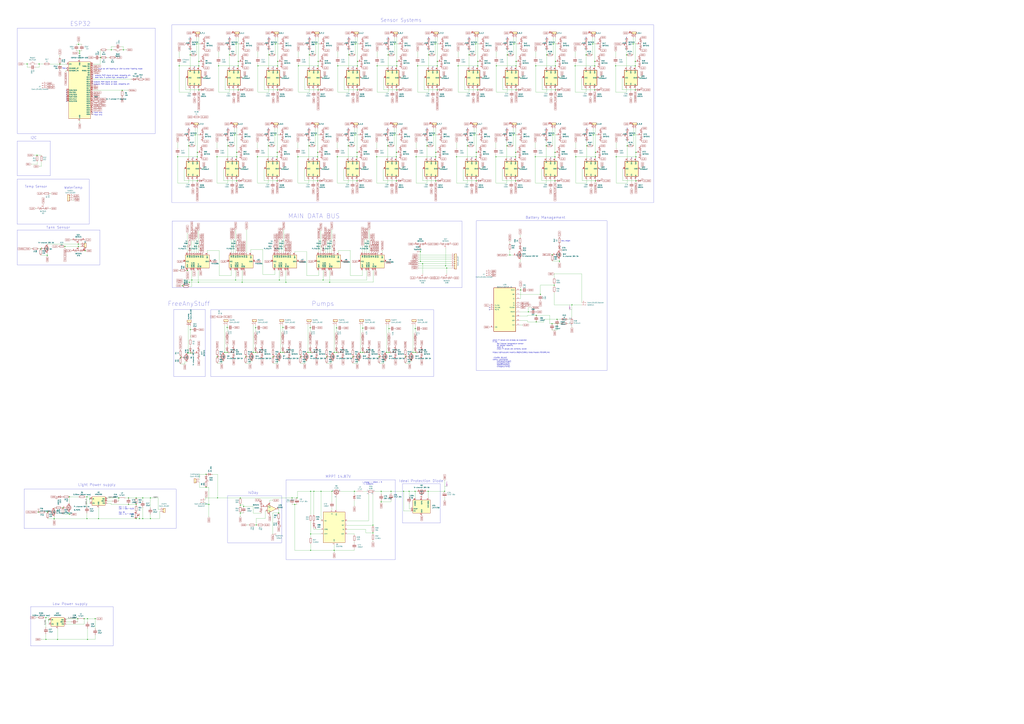
<source format=kicad_sch>
(kicad_sch (version 20230121) (generator eeschema)

  (uuid c26e8d55-0b6e-4c4e-b7c8-b1fed973201c)

  (paper "A0")

  (title_block
    (title "Plant Controller")
    (date "2020-12-21")
    (rev "0.4a")
    (company "C3MA")
  )

  

  (junction (at 242.57 586.105) (diameter 0) (color 0 0 0 0)
    (uuid 006314ff-9060-4674-a7fc-dac02fc6a66c)
  )
  (junction (at 460.756 104.394) (diameter 0) (color 0 0 0 0)
    (uuid 00aa2668-7899-44bb-a923-035a5475c9ad)
  )
  (junction (at 279.019 586.867) (diameter 0) (color 0 0 0 0)
    (uuid 01041127-725b-4ce5-8f58-38fb3fd24a79)
  )
  (junction (at 649.605 303.53) (diameter 0) (color 0 0 0 0)
    (uuid 019516b6-2017-4782-b9e1-e6df47d40092)
  )
  (junction (at 415.036 76.454) (diameter 0) (color 0 0 0 0)
    (uuid 0291157f-d7a2-4e88-97aa-293b4ab12f27)
  )
  (junction (at 110.49 718.82) (diameter 0) (color 0 0 0 0)
    (uuid 044b370d-4a42-4fab-a8a0-78f235931201)
  )
  (junction (at 738.378 182.118) (diameter 0) (color 0 0 0 0)
    (uuid 056f1730-6060-4578-83f3-c630b17a9fd6)
  )
  (junction (at 387.985 639.445) (diameter 0) (color 0 0 0 0)
    (uuid 064498dc-e504-4f86-9f3f-c7515e3a87b5)
  )
  (junction (at 100.965 577.215) (diameter 0) (color 0 0 0 0)
    (uuid 06d8b90d-baa0-4504-baff-642acafdb6f4)
  )
  (junction (at 228.346 51.054) (diameter 0) (color 0 0 0 0)
    (uuid 07c897fb-6e92-46c9-ad9b-9190d0fcc65a)
  )
  (junction (at 276.606 76.454) (diameter 0) (color 0 0 0 0)
    (uuid 08256309-d8fa-4ac4-96ab-6ef0e3d79fe3)
  )
  (junction (at 274.066 51.054) (diameter 0) (color 0 0 0 0)
    (uuid 08466ce7-69b1-4efe-8911-4f365d4c58e1)
  )
  (junction (at 261.112 409.448) (diameter 0) (color 0 0 0 0)
    (uuid 09028f9d-45e1-4366-826a-88a396abe002)
  )
  (junction (at 321.818 177.038) (diameter 0) (color 0 0 0 0)
    (uuid 09096109-fa68-4718-976b-56a87edb3540)
  )
  (junction (at 322.326 76.454) (diameter 0) (color 0 0 0 0)
    (uuid 0937071f-c53c-4d6c-9c38-692d95ed72bb)
  )
  (junction (at 390.652 409.448) (diameter 0) (color 0 0 0 0)
    (uuid 0a372b77-1bd4-4b2a-8539-3c6b9cb168d3)
  )
  (junction (at 239.268 566.293) (diameter 0) (color 0 0 0 0)
    (uuid 0af1c44b-ddbf-4d31-a823-e5834c357558)
  )
  (junction (at 143.256 57.912) (diameter 0) (color 0 0 0 0)
    (uuid 0c801748-df91-4145-83f3-9b19cb585cd0)
  )
  (junction (at 239.268 551.053) (diameter 0) (color 0 0 0 0)
    (uuid 0cbcfcf2-f3b3-4480-9680-29db347f36d4)
  )
  (junction (at 552.196 51.054) (diameter 0) (color 0 0 0 0)
    (uuid 0cc7469e-208a-4a36-9842-4bda7e989b43)
  )
  (junction (at 437.896 76.454) (diameter 0) (color 0 0 0 0)
    (uuid 0d124a42-ca50-4303-8c7d-675efcd05b50)
  )
  (junction (at 321.818 210.058) (diameter 0) (color 0 0 0 0)
    (uuid 0e6c51f3-9cf0-4d39-b867-957514a4cffb)
  )
  (junction (at 100.965 602.615) (diameter 0) (color 0 0 0 0)
    (uuid 0eea3930-0275-4c9f-97c6-e4491faf7ffd)
  )
  (junction (at 230.378 327.914) (diameter 0) (color 0 0 0 0)
    (uuid 100d0f8b-2f86-49dd-861e-b2d9c9a4a2d9)
  )
  (junction (at 598.678 210.058) (diameter 0) (color 0 0 0 0)
    (uuid 10a2f627-65be-4790-82c7-23fc30f1ebc8)
  )
  (junction (at 667.766 76.454) (diameter 0) (color 0 0 0 0)
    (uuid 1247d154-c222-40a3-bf20-e175c54609e1)
  )
  (junction (at 442.595 582.93) (diameter 0) (color 0 0 0 0)
    (uuid 136b5f16-d5fe-4c8a-8508-0e9ad86f8f43)
  )
  (junction (at 490.728 306.324) (diameter 0) (color 0 0 0 0)
    (uuid 14b6b14d-4e33-4c9c-a6d4-2829760e6cc4)
  )
  (junction (at 454.025 570.865) (diameter 0) (color 0 0 0 0)
    (uuid 15c019f7-a03b-47ae-a51c-abc73c51bd40)
  )
  (junction (at 621.538 182.118) (diameter 0) (color 0 0 0 0)
    (uuid 175fa201-c177-4f58-8dde-d5956f2a16ff)
  )
  (junction (at 226.568 156.718) (diameter 0) (color 0 0 0 0)
    (uuid 18e0c706-cdcf-4ef7-bafe-108bf0d8e7a5)
  )
  (junction (at 507.746 76.454) (diameter 0) (color 0 0 0 0)
    (uuid 1bb5276a-8f0f-410b-abfe-9ff2390407cd)
  )
  (junction (at 552.958 182.118) (diameter 0) (color 0 0 0 0)
    (uuid 1d5fcac9-4a29-4741-87c7-a1f394a7c143)
  )
  (junction (at 488.188 292.354) (diameter 0) (color 0 0 0 0)
    (uuid 1ec24ea8-049a-4547-addf-26eafaa81113)
  )
  (junction (at 297.561 609.981) (diameter 0) (color 0 0 0 0)
    (uuid 1ef17c59-222a-4989-aa08-3c7f869a2700)
  )
  (junction (at 415.036 104.394) (diameter 0) (color 0 0 0 0)
    (uuid 20de1a03-6ad7-4bce-aa43-c7f71c0bd4f4)
  )
  (junction (at 642.366 51.054) (diameter 0) (color 0 0 0 0)
    (uuid 20e9d8a1-6a1d-45fa-8e3f-949a8dfc4446)
  )
  (junction (at 368.808 210.058) (diameter 0) (color 0 0 0 0)
    (uuid 20f249eb-73f1-4c03-a215-0d9ce4b87b04)
  )
  (junction (at 346.456 76.454) (diameter 0) (color 0 0 0 0)
    (uuid 210116a8-ca16-4347-824d-d234d1470ec6)
  )
  (junction (at 218.44 410.21) (diameter 0) (color 0 0 0 0)
    (uuid 2124662e-0101-4907-a279-d22f77f179e9)
  )
  (junction (at 360.172 380.746) (diameter 0) (color 0 0 0 0)
    (uuid 2125b107-250d-44b9-ae2a-63555b15b96b)
  )
  (junction (at 212.09 331.978) (diameter 0) (color 0 0 0 0)
    (uuid 21c9489c-b7e7-411e-8242-06cb982ccdfb)
  )
  (junction (at 505.206 51.054) (diameter 0) (color 0 0 0 0)
    (uuid 2229d344-cb60-4539-b02a-c72401d1ef40)
  )
  (junction (at 482.092 409.448) (diameter 0) (color 0 0 0 0)
    (uuid 225164a2-0641-4a42-83a1-eb3ceb752f37)
  )
  (junction (at 599.186 71.374) (diameter 0) (color 0 0 0 0)
    (uuid 226bed9c-0a6f-4bd0-813b-9392b44d9d1d)
  )
  (junction (at 328.422 380.492) (diameter 0) (color 0 0 0 0)
    (uuid 22b03adb-32c5-4612-9736-645d72daaf12)
  )
  (junction (at 474.98 570.865) (diameter 0) (color 0 0 0 0)
    (uuid 243935e2-4f6a-429d-bbc1-4327fafdf466)
  )
  (junction (at 690.626 71.374) (diameter 0) (color 0 0 0 0)
    (uuid 24d08619-518e-4098-984b-359c175f8d44)
  )
  (junction (at 264.668 169.418) (diameter 0) (color 0 0 0 0)
    (uuid 2743e494-c376-4611-b96b-27e9396dcdfe)
  )
  (junction (at 165.735 578.485) (diameter 0) (color 0 0 0 0)
    (uuid 27bdfd08-9fa2-4018-8386-f5f9458ea23f)
  )
  (junction (at 348.742 414.528) (diameter 0) (color 0 0 0 0)
    (uuid 288439ce-4d40-4524-9a56-c937c30e7f5c)
  )
  (junction (at 104.267 579.628) (diameter 0) (color 0 0 0 0)
    (uuid 2977a76b-3c36-4356-9c23-ef25b0e79774)
  )
  (junction (at 421.132 409.448) (diameter 0) (color 0 0 0 0)
    (uuid 2affe026-8dd0-4fb0-90f9-21a8fa9a4bdc)
  )
  (junction (at 457.708 156.718) (diameter 0) (color 0 0 0 0)
    (uuid 2b3eaa0b-2344-48c6-b38e-464d8b2a5dce)
  )
  (junction (at 274.828 177.038) (diameter 0) (color 0 0 0 0)
    (uuid 2d987caf-ac1d-4744-a3c5-f14501a3c0db)
  )
  (junction (at 598.678 177.038) (diameter 0) (color 0 0 0 0)
    (uuid 2da75737-a4ca-49a8-92da-47dd6a88f47e)
  )
  (junction (at 483.108 182.118) (diameter 0) (color 0 0 0 0)
    (uuid 2dca3751-8e97-49d3-b339-07a6a466870d)
  )
  (junction (at 641.35 295.91) (diameter 0) (color 0 0 0 0)
    (uuid 2e5d7e3a-d510-4703-91de-7e2ba8a4a274)
  )
  (junction (at 62.865 602.615) (diameter 0) (color 0 0 0 0)
    (uuid 30c447cc-ce18-498c-a30a-de1223bde459)
  )
  (junction (at 450.596 63.754) (diameter 0) (color 0 0 0 0)
    (uuid 31e40d4a-0b31-4e6b-9547-6305b5630b68)
  )
  (junction (at 73.025 589.915) (diameter 0) (color 0 0 0 0)
    (uuid 33109daa-b629-475e-bf83-217328126604)
  )
  (junction (at 141.859 104.902) (diameter 0) (color 0 0 0 0)
    (uuid 34635836-75fc-4726-88ba-00c05f9b5f51)
  )
  (junction (at 263.652 409.448) (diameter 0) (color 0 0 0 0)
    (uuid 34e846f7-9dcf-4f40-8420-68c319584cee)
  )
  (junction (at 42.926 180.34) (diameter 0) (color 0 0 0 0)
    (uuid 37004126-8324-4e79-9b08-419ef1721827)
  )
  (junction (at 344.805 578.485) (diameter 0) (color 0 0 0 0)
    (uuid 394a6417-c4c4-43a0-ad22-7a964e628e7d)
  )
  (junction (at 497.586 63.754) (diameter 0) (color 0 0 0 0)
    (uuid 3c301991-dc9e-4f43-9128-66bfd71d7c13)
  )
  (junction (at 279.019 596.138) (diameter 0) (color 0 0 0 0)
    (uuid 3d8fb177-4b5a-4526-95fd-c4109587c044)
  )
  (junction (at 92.456 59.182) (diameter 0) (color 0 0 0 0)
    (uuid 3fb7e5b1-698b-4b54-8155-c08dfe31c42d)
  )
  (junction (at 627.507 342.011) (diameter 0) (color 0 0 0 0)
    (uuid 41246bb7-c8e2-4c38-9094-9b2d2a32bbbe)
  )
  (junction (at 449.072 409.448) (diameter 0) (color 0 0 0 0)
    (uuid 415b2ab4-f4dd-4fee-870b-9ba95dac6a8b)
  )
  (junction (at 554.736 104.394) (diameter 0) (color 0 0 0 0)
    (uuid 4354cd5a-2fed-4af9-af80-8e5138abc8b6)
  )
  (junction (at 229.108 210.058) (diameter 0) (color 0 0 0 0)
    (uuid 4479d223-9a77-4250-8ede-fec47313a2f0)
  )
  (junction (at 158.115 602.615) (diameter 0) (color 0 0 0 0)
    (uuid 44cd3143-c150-4d17-bd07-6ba56767d7c5)
  )
  (junction (at 664.083 354.203) (diameter 0) (color 0 0 0 0)
    (uuid 4508e97c-f8e4-4ecb-9775-d92576a69269)
  )
  (junction (at 634.238 169.418) (diameter 0) (color 0 0 0 0)
    (uuid 45e6ea4d-1ae0-4fdc-823f-0b8b86795711)
  )
  (junction (at 516.255 570.865) (diameter 0) (color 0 0 0 0)
    (uuid 464f670a-23da-4072-9135-c7f8cde45344)
  )
  (junction (at 294.132 409.448) (diameter 0) (color 0 0 0 0)
    (uuid 477944b3-0f91-44bb-99ca-1f00b91186f2)
  )
  (junction (at 530.098 182.118) (diameter 0) (color 0 0 0 0)
    (uuid 4785108c-8558-4438-8cc1-10bc36f1d766)
  )
  (junction (at 299.466 76.454) (diameter 0) (color 0 0 0 0)
    (uuid 48860968-10fd-4376-b0b5-b1e0357fbf1d)
  )
  (junction (at 229.108 177.038) (diameter 0) (color 0 0 0 0)
    (uuid 4acc3ea6-e0bd-49be-9073-184494766951)
  )
  (junction (at 404.368 169.418) (diameter 0) (color 0 0 0 0)
    (uuid 4ba43b26-3cfb-46fa-a35a-6fb114dee778)
  )
  (junction (at 285.242 414.528) (diameter 0) (color 0 0 0 0)
    (uuid 4c43d807-6025-4458-873e-b0e60bc37c3c)
  )
  (junction (at 622.046 76.454) (diameter 0) (color 0 0 0 0)
    (uuid 4cd0c740-4e02-45a2-b036-c71b088c4a0e)
  )
  (junction (at 319.786 51.054) (diameter 0) (color 0 0 0 0)
    (uuid 4f4c6f69-a183-4f84-9d64-6e5dc077d658)
  )
  (junction (at 149.225 578.485) (diameter 0) (color 0 0 0 0)
    (uuid 4fc5b79a-48b8-4875-b2fa-ce2c0b207ed6)
  )
  (junction (at 668.528 182.118) (diameter 0) (color 0 0 0 0)
    (uuid 51396988-d3d0-4ff2-87e4-6f9dbc1220f3)
  )
  (junction (at 360.172 409.448) (diameter 0) (color 0 0 0 0)
    (uuid 547e0024-8ca5-4fd9-9ed0-6e6fa4efe2d1)
  )
  (junction (at 217.678 314.198) (diameter 0) (color 0 0 0 0)
    (uuid 54c228c6-a419-4461-b51c-f4689ab11c16)
  )
  (junction (at 437.388 182.118) (diameter 0) (color 0 0 0 0)
    (uuid 54e7dc2f-bc56-4792-9ac4-117d8dbca40c)
  )
  (junction (at 421.132 381.254) (diameter 0) (color 0 0 0 0)
    (uuid 54f14d31-ee75-4d90-bbd6-d53b9269dae6)
  )
  (junction (at 468.63 570.865) (diameter 0) (color 0 0 0 0)
    (uuid 55707df8-1ce8-4b01-b189-1ba64f13e6d9)
  )
  (junction (at 411.48 570.865) (diameter 0) (color 0 0 0 0)
    (uuid 557c9344-c4f5-407c-87a3-c05772708fc7)
  )
  (junction (at 404.876 63.754) (diameter 0) (color 0 0 0 0)
    (uuid 56f832ea-d1cc-4984-8a8b-0e7133ede2c5)
  )
  (junction (at 331.978 327.914) (diameter 0) (color 0 0 0 0)
    (uuid 571b3a6c-6e61-4f9f-818f-0b28c631e46f)
  )
  (junction (at 646.811 370.967) (diameter 0) (color 0 0 0 0)
    (uuid 571c9066-df12-43af-bb34-ea8f17352e33)
  )
  (junction (at 47.244 289.052) (diameter 0) (color 0 0 0 0)
    (uuid 5a159a05-57fa-411f-9de3-7f0e035fb745)
  )
  (junction (at 161.925 602.615) (diameter 0) (color 0 0 0 0)
    (uuid 5a782664-d096-4b9f-8da4-e576a5adbff8)
  )
  (junction (at 433.07 610.235) (diameter 0) (color 0 0 0 0)
    (uuid 5aef8b40-8452-4805-a5e4-da8d93469853)
  )
  (junction (at 272.288 156.718) (diameter 0) (color 0 0 0 0)
    (uuid 5c0f7831-90bd-4a4c-9d4c-2da3b5672d2b)
  )
  (junction (at 738.378 210.058) (diameter 0) (color 0 0 0 0)
    (uuid 5ceaf71a-e41b-43cf-9440-19b0bfa04e5b)
  )
  (junction (at 252.222 414.528) (diameter 0) (color 0 0 0 0)
    (uuid 5df117be-4263-48e0-a710-5721bdeecfb9)
  )
  (junction (at 369.316 104.394) (diameter 0) (color 0 0 0 0)
    (uuid 5df17aa2-8dfb-48ae-8685-e7ce31adb84a)
  )
  (junction (at 507.746 71.374) (diameter 0) (color 0 0 0 0)
    (uuid 5e07ad26-e150-4199-ab31-eb5040da53d6)
  )
  (junction (at 737.616 71.374) (diameter 0) (color 0 0 0 0)
    (uuid 5fa7f66d-45ff-4878-ba71-365eed5d84cd)
  )
  (junction (at 497.205 570.865) (diameter 0) (color 0 0 0 0)
    (uuid 60684402-d96a-439d-a47a-f1940a639b1b)
  )
  (junction (at 460.248 177.038) (diameter 0) (color 0 0 0 0)
    (uuid 617af57a-6f8e-481b-b79f-b9a3cfaf16ce)
  )
  (junction (at 53.34 742.95) (diameter 0) (color 0 0 0 0)
    (uuid 62e83d49-6450-4f8e-9161-9823cbd9fa8a)
  )
  (junction (at 360.68 639.445) (diameter 0) (color 0 0 0 0)
    (uuid 62e8e510-5776-41a5-b7ef-659764595cf0)
  )
  (junction (at 596.138 156.718) (diameter 0) (color 0 0 0 0)
    (uuid 65204e4c-c54f-4ce3-995b-3b8f72dee35a)
  )
  (junction (at 575.818 182.118) (diameter 0) (color 0 0 0 0)
    (uuid 65736e5b-6052-4c51-af65-3f96debe5037)
  )
  (junction (at 727.456 63.754) (diameter 0) (color 0 0 0 0)
    (uuid 65cbc274-d7cb-42c3-8f8f-60f9d792fdf2)
  )
  (junction (at 458.216 51.054) (diameter 0) (color 0 0 0 0)
    (uuid 66ccc91c-e1df-471f-b2c3-ab0b4c9054c7)
  )
  (junction (at 273.558 325.374) (diameter 0) (color 0 0 0 0)
    (uuid 68f4d8af-c27e-4056-a2a9-dbd2514de570)
  )
  (junction (at 442.595 570.865) (diameter 0) (color 0 0 0 0)
    (uuid 697147b1-0224-4f54-a454-fb14851852a2)
  )
  (junction (at 507.746 104.394) (diameter 0) (color 0 0 0 0)
    (uuid 6b976759-90c3-48f0-a6ef-e59cc04749c7)
  )
  (junction (at 481.965 570.865) (diameter 0) (color 0 0 0 0)
    (uuid 6b9d9747-b3ff-43d2-8486-466834aa4452)
  )
  (junction (at 390.652 381) (diameter 0) (color 0 0 0 0)
    (uuid 6c849387-b46a-4c70-adb8-4a7816d1702c)
  )
  (junction (at 691.388 182.118) (diameter 0) (color 0 0 0 0)
    (uuid 6e0838ab-f2e2-49d5-a845-cb60e1e79307)
  )
  (junction (at 137.795 578.485) (diameter 0) (color 0 0 0 0)
    (uuid 6e8888f6-ec84-4dea-a75b-c49e51edec1e)
  )
  (junction (at 375.158 325.374) (diameter 0) (color 0 0 0 0)
    (uuid 6f775e6c-425b-4467-9456-84a9fc9d7d35)
  )
  (junction (at 388.112 409.448) (diameter 0) (color 0 0 0 0)
    (uuid 74872d2f-df92-44ce-a737-7d0693ac46a3)
  )
  (junction (at 252.603 578.485) (diameter 0) (color 0 0 0 0)
    (uuid 74d5e0e4-cd91-4e01-8980-afaf347113fd)
  )
  (junction (at 90.932 283.718) (diameter 0) (color 0 0 0 0)
    (uuid 750169c9-8dda-4196-8b70-7629a1386317)
  )
  (junction (at 542.798 169.418) (diameter 0) (color 0 0 0 0)
    (uuid 755e7c01-7fbd-4b6b-a35b-f8ace9c84059)
  )
  (junction (at 552.958 177.038) (diameter 0) (color 0 0 0 0)
    (uuid 7680ffe6-e942-469f-ba4d-7b9667ad6e1b)
  )
  (junction (at 266.446 63.754) (diameter 0) (color 0 0 0 0)
    (uuid 771c7e99-805a-4e44-85bd-0da8373a89ae)
  )
  (junction (at 312.166 63.754) (diameter 0) (color 0 0 0 0)
    (uuid 77ff220f-b888-4c85-a233-e6d8b49cc4e3)
  )
  (junction (at 385.445 570.865) (diameter 0) (color 0 0 0 0)
    (uuid 792fa4db-0ff6-47c2-b282-e4d8f6701888)
  )
  (junction (at 366.776 51.054) (diameter 0) (color 0 0 0 0)
    (uuid 7ac4fb1b-c515-4587-a49c-80a96e67ee05)
  )
  (junction (at 598.678 182.118) (diameter 0) (color 0 0 0 0)
    (uuid 7b027a2d-0f3a-45a8-ae29-1daaec674f65)
  )
  (junction (at 116.586 66.802) (diameter 0) (color 0 0 0 0)
    (uuid 7b4c2328-723f-468e-a43d-b3b217eaac64)
  )
  (junction (at 206.248 182.118) (diameter 0) (color 0 0 0 0)
    (uuid 7bfb5a0b-e21d-4384-b179-6da39c383739)
  )
  (junction (at 644.398 177.038) (diameter 0) (color 0 0 0 0)
    (uuid 7ca049b0-3853-4bc5-a7c8-0ff4943a4da3)
  )
  (junction (at 495.808 169.418) (diameter 0) (color 0 0 0 0)
    (uuid 7d2ffaa0-e04f-4276-95e0-08660c987bee)
  )
  (junction (at 738.378 177.038) (diameter 0) (color 0 0 0 0)
    (uuid 7d3effd5-eeea-41d3-9fa3-f3e707aa3547)
  )
  (junction (at 66.802 742.95) (diameter 0) (color 0 0 0 0)
    (uuid 7ea02348-2ae2-4ac7-a02a-9029063eb3d7)
  )
  (junction (at 222.758 325.374) (diameter 0) (color 0 0 0 0)
    (uuid 805ba7db-9e85-428e-9f5b-9063e8278c60)
  )
  (junction (at 409.702 414.528) (diameter 0) (color 0 0 0 0)
    (uuid 80f5b8a1-cdbe-4850-a609-339b8c898669)
  )
  (junction (at 517.398 308.864) (diameter 0) (color 0 0 0 0)
    (uuid 819a85d3-cd43-455c-8023-715c1f29dcd2)
  )
  (junction (at 369.316 71.374) (diameter 0) (color 0 0 0 0)
    (uuid 8225e333-80d8-4295-ae81-9381467a8852)
  )
  (junction (at 80.645 577.215) (diameter 0) (color 0 0 0 0)
    (uuid 82572895-6594-489b-b5dd-a8b4d09bcb09)
  )
  (junction (at 644.398 210.058) (diameter 0) (color 0 0 0 0)
    (uuid 82ffee17-895e-431b-b599-2c6c2410e332)
  )
  (junction (at 97.79 718.82) (diameter 0) (color 0 0 0 0)
    (uuid 843e9870-799e-444a-a4e6-716ced5cbe43)
  )
  (junction (at 392.176 76.454) (diameter 0) (color 0 0 0 0)
    (uuid 863e1d95-9eac-44c6-be76-0633996c7555)
  )
  (junction (at 298.958 182.118) (diameter 0) (color 0 0 0 0)
    (uuid 88ab3f5d-2458-416d-9091-2696065ca0ec)
  )
  (junction (at 550.418 156.718) (diameter 0) (color 0 0 0 0)
    (uuid 88fd008b-8f19-40b4-b0f2-463d33ee4f9c)
  )
  (junction (at 680.466 63.754) (diameter 0) (color 0 0 0 0)
    (uuid 89afa966-b2d1-4c49-9b36-f745e856f709)
  )
  (junction (at 230.886 76.454) (diameter 0) (color 0 0 0 0)
    (uuid 89d548a8-bdb5-4e23-a199-0bbbedd4997d)
  )
  (junction (at 364.49 570.865) (diameter 0) (color 0 0 0 0)
    (uuid 8badbd3a-472d-49c6-9995-2681ebcad861)
  )
  (junction (at 460.248 210.058) (diameter 0) (color 0 0 0 0)
    (uuid 8c093cb3-77f3-4dda-9697-194f266a7e72)
  )
  (junction (at 735.838 156.718) (diameter 0) (color 0 0 0 0)
    (uuid 8d07beb1-b6f8-4a89-9393-a69158aac925)
  )
  (junction (at 75.438 286.258) (diameter 0) (color 0 0 0 0)
    (uuid 8dbf3f53-4dbe-4577-8253-5d3d05e20a7d)
  )
  (junction (at 316.992 414.528) (diameter 0) (color 0 0 0 0)
    (uuid 8ddc18df-7f6d-40fe-971f-5b7ea913cac2)
  )
  (junction (at 531.876 76.454) (diameter 0) (color 0 0 0 0)
    (uuid 8debd7b6-0066-4169-b949-daab0e7da110)
  )
  (junction (at 411.988 156.718) (diameter 0) (color 0 0 0 0)
    (uuid 8ef3e30c-42b6-465f-a448-23fe6906f0b2)
  )
  (junction (at 230.886 104.394) (diameter 0) (color 0 0 0 0)
    (uuid 8ff62b5c-bc77-4820-888f-4a6ece745d24)
  )
  (junction (at 56.642 720.09) (diameter 0) (color 0 0 0 0)
    (uuid 9330ab14-2e88-49fc-b8ec-647acef19c05)
  )
  (junction (at 737.616 104.394) (diameter 0) (color 0 0 0 0)
    (uuid 93a355b3-4747-473b-8431-31e17aa68877)
  )
  (junction (at 220.726 63.754) (diameter 0) (color 0 0 0 0)
    (uuid 9576a06f-b593-41da-bbfe-e06c442136f2)
  )
  (junction (at 415.036 71.374) (diameter 0) (color 0 0 0 0)
    (uuid 9663c610-3dc9-497c-93a1-678b867c2886)
  )
  (junction (at 158.115 586.105) (diameter 0) (color 0 0 0 0)
    (uuid 96f15460-13f3-4312-89f8-b71934eaedb8)
  )
  (junction (at 114.427 602.615) (diameter 0) (color 0 0 0 0)
    (uuid 977868cb-abe1-483f-8f43-5a8a20726067)
  )
  (junction (at 345.948 182.118) (diameter 0) (color 0 0 0 0)
    (uuid 993535bb-5b30-47db-aafd-1534a34e630a)
  )
  (junction (at 688.086 51.054) (diameter 0) (color 0 0 0 0)
    (uuid 9cc7a172-ae49-4913-9055-39d5ef3fef9f)
  )
  (junction (at 544.576 63.754) (diameter 0) (color 0 0 0 0)
    (uuid 9d33b90f-13aa-446e-a5f9-263ea35835eb)
  )
  (junction (at 690.626 104.394) (diameter 0) (color 0 0 0 0)
    (uuid 9ebfcd01-ea5d-49db-84aa-d06db7dd8cc0)
  )
  (junction (at 599.186 104.394) (diameter 0) (color 0 0 0 0)
    (uuid 9f152d33-fbfb-4f9a-bb8c-6fce1e7aba66)
  )
  (junction (at 588.518 169.418) (diameter 0) (color 0 0 0 0)
    (uuid a11f2e2b-c0ca-452c-864a-0a4b38092ab8)
  )
  (junction (at 451.612 381.762) (diameter 0) (color 0 0 0 0)
    (uuid a1d7e5c8-d217-457c-b56c-ecad97fd4c0e)
  )
  (junction (at 737.616 76.454) (diameter 0) (color 0 0 0 0)
    (uuid a20fdc64-be45-4cca-94be-3e663d9612b6)
  )
  (junction (at 479.552 409.448) (diameter 0) (color 0 0 0 0)
    (uuid a29c0663-342d-4535-aac0-b31dad8318cf)
  )
  (junction (at 276.606 104.394) (diameter 0) (color 0 0 0 0)
    (uuid a2d0682d-d97e-4a7b-a7ed-fcacc763e719)
  )
  (junction (at 129.286 57.912) (diameter 0) (color 0 0 0 0)
    (uuid a3104c80-278d-416a-b409-fd08d784c6c7)
  )
  (junction (at 274.828 210.058) (diameter 0) (color 0 0 0 0)
    (uuid a3f773d2-5e55-434e-8f14-034d1dd22cd2)
  )
  (junction (at 358.648 169.418) (diameter 0) (color 0 0 0 0)
    (uuid a481edbc-753e-459d-be51-d15b582ed0dc)
  )
  (junction (at 276.606 71.374) (diameter 0) (color 0 0 0 0)
    (uuid a51dad76-ee1b-420e-ab4a-b57bb17c6457)
  )
  (junction (at 505.968 210.058) (diameter 0) (color 0 0 0 0)
    (uuid a52b9040-29e8-4f09-9c60-871ac2718a13)
  )
  (junction (at 296.672 409.448) (diameter 0) (color 0 0 0 0)
    (uuid a685894a-983c-450f-b9c3-4d7e6d929974)
  )
  (junction (at 174.625 602.615) (diameter 0) (color 0 0 0 0)
    (uuid a70da482-a861-4e2f-9d2b-6183a6f0f87e)
  )
  (junction (at 44.704 594.995) (diameter 0) (color 0 0 0 0)
    (uuid a757038c-5365-4452-9233-cd270451996f)
  )
  (junction (at 319.278 156.718) (diameter 0) (color 0 0 0 0)
    (uuid a87df46c-4cff-4236-9f4f-14695f384b58)
  )
  (junction (at 433.07 619.125) (diameter 0) (color 0 0 0 0)
    (uuid a8c1d291-f95c-499f-a8f0-8d347b07d19e)
  )
  (junction (at 372.745 570.865) (diameter 0) (color 0 0 0 0)
    (uuid a90e40e7-9f3e-4a7e-bc30-d292bc1ab9ed)
  )
  (junction (at 360.68 570.865) (diameter 0) (color 0 0 0 0)
    (uuid a918e227-4862-4ef1-b1b4-1ecbab47421d)
  )
  (junction (at 460.756 71.374) (diameter 0) (color 0 0 0 0)
    (uuid a986dba8-d929-48dd-9e7a-f344bbf05228)
  )
  (junction (at 98.806 291.338) (diameter 0) (color 0 0 0 0)
    (uuid a99f2dd3-1db5-4646-bd5d-42af73cee85a)
  )
  (junction (at 450.088 169.418) (diameter 0) (color 0 0 0 0)
    (uuid aa09def5-302a-4ac5-9e1e-619a3c3908a6)
  )
  (junction (at 342.265 586.105) (diameter 0) (color 0 0 0 0)
    (uuid aa0d7669-67ff-4603-888b-7d15a03d73a6)
  )
  (junction (at 158.115 578.485) (diameter 0) (color 0 0 0 0)
    (uuid aa659c87-6d9f-4a94-913b-ec00337baaa9)
  )
  (junction (at 505.968 182.118) (diameter 0) (color 0 0 0 0)
    (uuid aae34ba1-f38d-4bd3-b9e2-391e50953d3f)
  )
  (junction (at 149.225 586.105) (diameter 0) (color 0 0 0 0)
    (uuid ab83cc7b-a4bb-42ce-806a-ad57b1f1f16f)
  )
  (junction (at 604.393 336.931) (diameter 0) (color 0 0 0 0)
    (uuid abed498a-7286-4258-a6a3-0ad40837fa9c)
  )
  (junction (at 282.829 588.518) (diameter 0) (color 0 0 0 0)
    (uuid ac18742b-0669-4417-bf96-99d1ab0ff75f)
  )
  (junction (at 470.662 414.528) (diameter 0) (color 0 0 0 0)
    (uuid ac6041ae-1077-46a6-b33a-6e568b0f7d89)
  )
  (junction (at 251.968 182.118) (diameter 0) (color 0 0 0 0)
    (uuid acddd3cc-48f7-46ee-975a-53caf82611b3)
  )
  (junction (at 691.388 210.058) (diameter 0) (color 0 0 0 0)
    (uuid ad39dec3-1625-482d-88d3-f5ff87a4c3b7)
  )
  (junction (at 296.672 380.746) (diameter 0) (color 0 0 0 0)
    (uuid ae161ff6-e303-4db5-b037-b1f45682a4bb)
  )
  (junction (at 208.026 76.454) (diameter 0) (color 0 0 0 0)
    (uuid ae74cbfc-b1c5-4ed6-b903-3e540362c04d)
  )
  (junction (at 274.828 182.118) (diameter 0) (color 0 0 0 0)
    (uuid af19a906-bdca-4144-82f2-e4cf11d12528)
  )
  (junction (at 484.886 76.454) (diameter 0) (color 0 0 0 0)
    (uuid b07eef50-598d-482e-a424-e47cc97fdc9a)
  )
  (junction (at 644.398 182.118) (diameter 0) (color 0 0 0 0)
    (uuid b0d18b80-4e26-4a1b-9efa-cbea5878e011)
  )
  (junction (at 322.326 71.374) (diameter 0) (color 0 0 0 0)
    (uuid b3193f61-4fd1-4f1f-b523-221742d8fc6a)
  )
  (junction (at 323.596 596.011) (diameter 0) (color 0 0 0 0)
    (uuid b3465a47-f032-463a-8cb4-a402cd509d71)
  )
  (junction (at 382.778 327.914) (diameter 0) (color 0 0 0 0)
    (uuid b491ef7e-d4fc-40bc-b76f-5d1efaed3d79)
  )
  (junction (at 391.668 182.118) (diameter 0) (color 0 0 0 0)
    (uuid b64957d5-8ce0-43d6-9587-6f71112a6b09)
  )
  (junction (at 728.218 169.418) (diameter 0) (color 0 0 0 0)
    (uuid b6c9f8c6-65fe-4bf3-8ed5-c36dad43bbac)
  )
  (junction (at 596.646 51.054) (diameter 0) (color 0 0 0 0)
    (uuid b73b586a-1e15-476d-b602-92b2edb424a4)
  )
  (junction (at 253.746 76.454) (diameter 0) (color 0 0 0 0)
    (uuid baaa3d38-45c3-47b1-9b56-f65b42bae8ff)
  )
  (junction (at 691.388 177.038) (diameter 0) (color 0 0 0 0)
    (uuid bbebfda1-bd5b-4c84-a509-2953f28b59de)
  )
  (junction (at 322.326 104.394) (diameter 0) (color 0 0 0 0)
    (uuid bfa35e35-8afe-43b6-8b84-34812569540d)
  )
  (junction (at 359.156 63.754) (diameter 0) (color 0 0 0 0)
    (uuid bfa9bba0-8687-46b7-9688-b568b8fbf2d8)
  )
  (junction (at 321.818 182.118) (diameter 0) (color 0 0 0 0)
    (uuid c00d984e-2e86-4935-9669-b4e2e09d259a)
  )
  (junction (at 80.645 597.535) (diameter 0) (color 0 0 0 0)
    (uuid c1341956-3e76-4b89-ab41-469a1db0015c)
  )
  (junction (at 451.612 409.448) (diameter 0) (color 0 0 0 0)
    (uuid c1611925-d0ac-42a4-83ae-6844b1cb71e3)
  )
  (junction (at 460.248 182.118) (diameter 0) (color 0 0 0 0)
    (uuid c2314641-f31c-4508-af78-2f57e4a7f505)
  )
  (junction (at 505.968 177.038) (diameter 0) (color 0 0 0 0)
    (uuid c23641d5-260f-4ad0-be8f-016a083bf6ef)
  )
  (junction (at 90.932 286.258) (diameter 0) (color 0 0 0 0)
    (uuid c2c812ed-41b4-4200-984f-e76eae1d14de)
  )
  (junction (at 45.466 74.295) (diameter 0) (color 0 0 0 0)
    (uuid c39add44-ba76-41fb-8f18-28fa0366e282)
  )
  (junction (at 324.358 325.374) (diameter 0) (color 0 0 0 0)
    (uuid c42e1dcf-3c54-4be7-944c-4e798c674b09)
  )
  (junction (at 366.268 156.718) (diameter 0) (color 0 0 0 0)
    (uuid c49e5141-a8c3-445b-9e93-85da32f8107b)
  )
  (junction (at 263.652 380.492) (diameter 0) (color 0 0 0 0)
    (uuid c6d07995-bb57-4c01-9d40-c8c408016a09)
  )
  (junction (at 634.746 63.754) (diameter 0) (color 0 0 0 0)
    (uuid c76a3b96-2cb3-4fc8-b488-0dcca3440df1)
  )
  (junction (at 101.6 742.95) (diameter 0) (color 0 0 0 0)
    (uuid cac620f5-0af6-41f8-9844-d9f07ee0c129)
  )
  (junction (at 360.68 620.395) (diameter 0) (color 0 0 0 0)
    (uuid caf08951-498e-42d7-836c-4ada133aecad)
  )
  (junction (at 220.98 383.032) (diameter 0) (color 0 0 0 0)
    (uuid cbfbbc2e-484a-4954-8dc2-c7386c5d1301)
  )
  (junction (at 230.886 71.374) (diameter 0) (color 0 0 0 0)
    (uuid cc1742d7-8664-42cd-9d15-cf8aeaa0b9a8)
  )
  (junction (at 622.681 366.395) (diameter 0) (color 0 0 0 0)
    (uuid cc2cd7a1-fffc-47d8-9f80-fed0488b65e2)
  )
  (junction (at 53.34 717.55) (diameter 0) (color 0 0 0 0)
    (uuid cc922bc0-96bd-4b17-b53a-b9b1b8fdaebf)
  )
  (junction (at 554.736 71.374) (diameter 0) (color 0 0 0 0)
    (uuid ce01895a-fa9a-4896-b7f2-fef5868cf82b)
  )
  (junction (at 715.518 182.118) (diameter 0) (color 0 0 0 0)
    (uuid cf763fe7-b793-477f-8b36-cf7f7ea16c7d)
  )
  (junction (at 440.182 414.528) (diameter 0) (color 0 0 0 0)
    (uuid d0ccfc37-9d2e-4994-b901-fab6c387aa2a)
  )
  (junction (at 735.076 51.054) (diameter 0) (color 0 0 0 0)
    (uuid d0de847b-b27b-499b-ba58-ccb6ddef554b)
  )
  (junction (at 165.735 602.615) (diameter 0) (color 0 0 0 0)
    (uuid d17c286e-9606-4cb2-902a-10021903ed9a)
  )
  (junction (at 554.736 76.454) (diameter 0) (color 0 0 0 0)
    (uuid d19f645d-0776-4567-83ac-422b741007b2)
  )
  (junction (at 31.496 74.295) (diameter 0) (color 0 0 0 0)
    (uuid d2b0a197-1410-44de-bdc3-e63959ff5b39)
  )
  (junction (at 643.509 331.343) (diameter 0) (color 0 0 0 0)
    (uuid d5d6a42c-48b3-4a54-a79b-12276d91096b)
  )
  (junction (at 599.186 76.454) (diameter 0) (color 0 0 0 0)
    (uuid d6249b35-f815-4a16-b140-ef126a1eaecd)
  )
  (junction (at 54.864 296.672) (diameter 0) (color 0 0 0 0)
    (uuid d6db9766-b81b-4a66-bc0a-843f0aeb559b)
  )
  (junction (at 482.092 381.762) (diameter 0) (color 0 0 0 0)
    (uuid d776c8dc-ee54-41b4-8224-e7ddbf0679dc)
  )
  (junction (at 311.658 169.418) (diameter 0) (color 0 0 0 0)
    (uuid d8a00944-9420-4f81-bd75-7b3b2297eab4)
  )
  (junction (at 622.681 374.015) (diameter 0) (color 0 0 0 0)
    (uuid da137c69-6bb9-4555-bf7f-fd4ad6c5fd06)
  )
  (junction (at 412.496 51.054) (diameter 0) (color 0 0 0 0)
    (uuid dad7c4d9-e9a4-490d-a74d-9ca70d83b08c)
  )
  (junction (at 379.222 414.528) (diameter 0) (color 0 0 0 0)
    (uuid db8fa153-556e-4fc4-a8b6-63a7062d08ed)
  )
  (junction (at 101.6 718.82) (diameter 0) (color 0 0 0 0)
    (uuid dd5d2f91-6f31-4419-a01a-1ac3389098ab)
  )
  (junction (at 339.09 578.485) (diameter 0) (color 0 0 0 0)
    (uuid dda3d65b-6f54-4ee4-b1a0-dc35f1b01992)
  )
  (junction (at 414.528 210.058) (diameter 0) (color 0 0 0 0)
    (uuid ddaac910-dbbc-4f71-93d1-4ca36cfe2a9e)
  )
  (junction (at 460.756 76.454) (diameter 0) (color 0 0 0 0)
    (uuid de83de5a-2769-4a7b-8454-7c9ad5a2b4b5)
  )
  (junction (at 90.17 718.82) (diameter 0) (color 0 0 0 0)
    (uuid de92b6a6-7a53-41cb-a051-66e1e7d1d440)
  )
  (junction (at 552.958 210.058) (diameter 0) (color 0 0 0 0)
    (uuid df43b5b0-9fac-41e5-8b6d-c827e0a474e8)
  )
  (junction (at 589.026 63.754) (diameter 0) (color 0 0 0 0)
    (uuid e10fea58-570d-4a9b-90af-35f26f3417bf)
  )
  (junction (at 503.428 156.718) (diameter 0) (color 0 0 0 0)
    (uuid e15599b4-8463-4c6f-81a0-0908e1c3655c)
  )
  (junction (at 644.906 76.454) (diameter 0) (color 0 0 0 0)
    (uuid e1f7dc3d-d866-47bb-80f9-8771d06a7ca2)
  )
  (junction (at 229.108 182.118) (diameter 0) (color 0 0 0 0)
    (uuid e3a331e8-76ad-4e3b-bda8-304e7637c83a)
  )
  (junction (at 209.55 415.29) (diameter 0) (color 0 0 0 0)
    (uuid e3bac401-521f-443a-951f-18f502070861)
  )
  (junction (at 369.316 76.454) (diameter 0) (color 0 0 0 0)
    (uuid e419400e-376b-44f2-b4bb-12e390e6ddd4)
  )
  (junction (at 281.178 327.914) (diameter 0) (color 0 0 0 0)
    (uuid e464f851-f7e1-4e95-b3ff-5a5e1e06a88d)
  )
  (junction (at 174.625 578.485) (diameter 0) (color 0 0 0 0)
    (uuid e48746df-7668-499a-98dc-b9ffcda2bccd)
  )
  (junction (at 55.245 594.995) (diameter 0) (color 0 0 0 0)
    (uuid e4c2dbc9-3598-4718-afb3-500c7ff75445)
  )
  (junction (at 328.422 409.448) (diameter 0) (color 0 0 0 0)
    (uuid e6344c4b-5e26-4315-8e1d-efd642df3581)
  )
  (junction (at 488.188 303.784) (diameter 0) (color 0 0 0 0)
    (uuid e86900c0-86ce-4777-88bb-4f9ecf777fc0)
  )
  (junction (at 690.626 76.454) (diameter 0) (color 0 0 0 0)
    (uuid e8d1e477-9845-4864-aec9-213dc6145eeb)
  )
  (junction (at 644.906 71.374) (diameter 0) (color 0 0 0 0)
    (uuid e8d7404e-e887-42ff-8a1c-10a0d9ed18b4)
  )
  (junction (at 688.848 156.718) (diameter 0) (color 0 0 0 0)
    (uuid e971213c-4a53-47a4-a45d-5a5356b582ff)
  )
  (junction (at 613.537 362.331) (diameter 0) (color 0 0 0 0)
    (uuid ea2ed474-b80c-41c1-b8f5-085b08547d63)
  )
  (junction (at 640.969 376.047) (diameter 0) (color 0 0 0 0)
    (uuid ea4d2cbb-15b1-43ba-9c85-87d68b81d9f6)
  )
  (junction (at 220.98 410.21) (diameter 0) (color 0 0 0 0)
    (uuid ea81a12e-80a8-4055-a8fc-17c9562b0042)
  )
  (junction (at 219.71 327.914) (diameter 0) (color 0 0 0 0)
    (uuid eb134ef6-0e32-46e8-9263-d8797dfe432d)
  )
  (junction (at 592.074 296.291) (diameter 0) (color 0 0 0 0)
    (uuid ebf87918-a615-4d30-a04f-fc903a46a5a2)
  )
  (junction (at 714.756 76.454) (diameter 0) (color 0 0 0 0)
    (uuid ecf449a7-fc0d-4efa-963a-831e33aef54e)
  )
  (junction (at 69.596 74.422) (diameter 0) (color 0 0 0 0)
    (uuid ed603a96-a752-490d-9f6b-e11a5c28a267)
  )
  (junction (at 92.456 61.722) (diameter 0) (color 0 0 0 0)
    (uuid edd1736e-ff47-4d38-b8f9-f61bce7c4081)
  )
  (junction (at 418.592 409.448) (diameter 0) (color 0 0 0 0)
    (uuid ee4ab3a4-59f7-4db1-a482-501b9cb3788f)
  )
  (junction (at 518.668 311.404) (diameter 0) (color 0 0 0 0)
    (uuid ef25ea8a-6f53-4ead-85fb-dc902e324c3a)
  )
  (junction (at 368.808 182.118) (diameter 0) (color 0 0 0 0)
    (uuid f1272b66-8075-42fc-bf0c-6e346953ad6b)
  )
  (junction (at 91.186 51.562) (diameter 0) (color 0 0 0 0)
    (uuid f1a67806-2122-488a-be9e-3def99cac9b4)
  )
  (junction (at 325.882 409.448) (diameter 0) (color 0 0 0 0)
    (uuid f33c1570-2595-49f1-9ca5-56aecadb8578)
  )
  (junction (at 414.528 182.118) (diameter 0) (color 0 0 0 0)
    (uuid f542d3c1-6837-4fd6-9838-6cb45be1a894)
  )
  (junction (at 576.326 76.454) (diameter 0) (color 0 0 0 0)
    (uuid f6f7afda-f4c8-4245-ac2e-b78c2517fbac)
  )
  (junction (at 414.528 177.038) (diameter 0) (color 0 0 0 0)
    (uuid f717411f-7b07-4a93-93d4-7e15cf2b02d9)
  )
  (junction (at 368.808 177.038) (diameter 0) (color 0 0 0 0)
    (uuid f7be6bf5-d874-49d9-8cad-a30c307241dc)
  )
  (junction (at 644.906 104.394) (diameter 0) (color 0 0 0 0)
    (uuid f8a2b97e-3658-49c0-8412-29559c3493ee)
  )
  (junction (at 279.019 578.485) (diameter 0) (color 0 0 0 0)
    (uuid f8a38d46-96e6-4602-a5ef-273ebd874162)
  )
  (junction (at 641.858 156.718) (diameter 0) (color 0 0 0 0)
    (uuid fb42e88d-8d7d-43e1-8939-83e98032ab68)
  )
  (junction (at 681.228 169.418) (diameter 0) (color 0 0 0 0)
    (uuid fb684483-d9bc-41de-8888-d0e675641ada)
  )
  (junction (at 218.948 169.418) (diameter 0) (color 0 0 0 0)
    (uuid fbe7dca1-660d-4061-b166-25bbcc48b210)
  )
  (junction (at 357.632 409.448) (diameter 0) (color 0 0 0 0)
    (uuid ff4c02dc-5696-44f6-8008-5806e9acfc7a)
  )

  (no_connect (at 681.228 149.098) (uuid 01c125e6-ec53-4633-88fa-dd55fb44ae93))
  (no_connect (at 359.156 43.434) (uuid 061b33c8-aa2e-49d2-9865-2aaebac14a2d))
  (no_connect (at 107.696 132.842) (uuid 08c55ee0-208e-4aec-be2c-106609340a69))
  (no_connect (at 593.598 183.388) (uuid 17f3aa26-0cee-43da-b6db-eb5b83d89ae8))
  (no_connect (at 77.216 107.442) (uuid 19d66928-bda5-4bfe-b957-c856ac5ad187))
  (no_connect (at 409.448 183.388) (uuid 1a1bc7ec-3b32-48c1-b0e2-7402162a52e4))
  (no_connect (at 634.238 149.098) (uuid 1fa2c763-9aa6-4ff2-8647-8e92aee90695))
  (no_connect (at 547.878 183.388) (uuid 284f4237-b0f0-4469-8523-b4b588c97e09))
  (no_connect (at 404.368 149.098) (uuid 2a815355-76df-42df-b92e-17f837fefd6a))
  (no_connect (at 568.325 359.791) (uuid 301f968e-2ec8-4ccb-9484-9b52fd4c2f33))
  (no_connect (at 500.888 183.388) (uuid 31d0028d-e7ea-404c-8b0d-893579ef2438))
  (no_connect (at 107.696 97.282) (uuid 3ae2453c-2c44-4c03-8e04-dd8dfa801a37))
  (no_connect (at 107.696 87.122) (uuid 3e48819e-df8b-437a-9230-352a4e658f8e))
  (no_connect (at 77.216 112.522) (uuid 42fae2ce-f659-4d59-8e57-c071de4c5d5f))
  (no_connect (at 495.808 149.098) (uuid 5176f2dc-fa41-4b18-9b12-a1901ad8d6a5))
  (no_connect (at 77.216 117.602) (uuid 563ec06a-d902-4a6b-a4a3-baef45fd6bb9))
  (no_connect (at 363.728 183.388) (uuid 576af7fa-b58f-4dad-94fa-6fe5f587b0e1))
  (no_connect (at 269.748 183.388) (uuid 57bf79d6-a4cb-42b0-a62a-75c570e33632))
  (no_connect (at 107.696 89.662) (uuid 5856fa46-fffe-408f-9767-25d1d2771b65))
  (no_connect (at 224.028 183.388) (uuid 589b955f-5d2d-4bfd-8a7a-3f5347de7da4))
  (no_connect (at 639.826 77.724) (uuid 597de350-6fb4-4002-b077-759747dfb7ee))
  (no_connect (at 634.746 43.434) (uuid 5c3c3782-c568-4587-aa10-11942faf5627))
  (no_connect (at 264.668 149.098) (uuid 5cfe3203-47e7-48fc-a2d8-aa65061c4b66))
  (no_connect (at 639.318 183.388) (uuid 6b0bb661-b913-4be2-b9f5-57aac2271147))
  (no_connect (at 77.216 104.902) (uuid 6c3214c0-3bc6-4b0d-8a5d-df2fc87430cd))
  (no_connect (at 685.546 77.724) (uuid 6e7b0a34-aa20-44f6-9e2f-92cfb55337ce))
  (no_connect (at 107.696 94.742) (uuid 70ffc0d0-f369-4135-8527-f113bc1ef977))
  (no_connect (at 77.216 79.502) (uuid 736b7746-687f-4089-9f72-4abdd4bcfd0b))
  (no_connect (at 107.696 130.302) (uuid 7aebeb32-b94b-470d-9727-edbae3ec668b))
  (no_connect (at 728.218 149.098) (uuid 7ba615be-3580-4e3c-9e60-478e241ed4de))
  (no_connect (at 680.466 43.434) (uuid 7e847a03-ebec-4c2b-beda-050cb81a0d8a))
  (no_connect (at 358.648 149.098) (uuid 7f6b5c35-7ef7-4de0-866e-edad045f310d))
  (no_connect (at 312.166 43.434) (uuid 831b423c-41c4-4764-a841-3c03485b918e))
  (no_connect (at 266.446 43.434) (uuid 8944ba38-389e-4f75-9b1b-573f95f77f4b))
  (no_connect (at 727.456 43.434) (uuid 91791d29-2ad4-4f59-937c-bc3c7c400373))
  (no_connect (at 549.656 77.724) (uuid 9ad5368d-0805-466b-8f07-b29f4cb526e6))
  (no_connect (at 409.956 77.724) (uuid a759335a-21be-4934-9b16-c8d6ad7f14d8))
  (no_connect (at 450.596 43.434) (uuid a7acf586-cfa1-4414-b13f-20f417944412))
  (no_connect (at 686.308 183.388) (uuid a91fc3a9-b5a0-4730-8f99-5b6da4cebc44))
  (no_connect (at 450.088 149.098) (uuid a9fb33e1-5c88-410e-8332-f7ef3dd0b404))
  (no_connect (at 455.168 183.388) (uuid aa757b47-8cd6-4d5d-91e5-58cf4b75a914))
  (no_connect (at 364.236 77.724) (uuid b7cc2e04-623a-401b-96ba-cbf8174a24b5))
  (no_connect (at 311.658 149.098) (uuid bb9d7f82-4e28-40c2-8e57-34787c2c3d7b))
  (no_connect (at 497.586 43.434) (uuid bcb68089-315e-4252-95d5-34d7d17bc0f3))
  (no_connect (at 77.216 115.062) (uuid beffeb0d-4065-4029-b309-a5ae9c6104cb))
  (no_connect (at 568.325 357.251) (uuid bfbcf357-a418-4f1e-bc29-ca100b7597a9))
  (no_connect (at 589.026 43.434) (uuid bfd0a3c5-804b-4072-b679-4ec36d0f9391))
  (no_connect (at 732.536 77.724) (uuid c46ed603-e68c-4b2e-80ad-aac08b1eedaf))
  (no_connect (at 77.216 109.982) (uuid c8e63aba-f5de-405f-bb3f-123cc9ae967b))
  (no_connect (at 502.666 77.724) (uuid c9393c3d-29c6-4bdc-ae25-2398f1da7523))
  (no_connect (at 594.106 77.724) (uuid d5eec337-a35a-4f0b-bb35-13f1d6dd4dda))
  (no_connect (at 317.246 77.724) (uuid db7c9e20-efa0-4cc4-a048-228a6ad94357))
  (no_connect (at 404.876 43.434) (uuid ddea6d88-9665-46ac-abae-cb05cd9a1db7))
  (no_connect (at 225.806 77.724) (uuid df96d16e-52c8-4153-951f-9d6873e4a259))
  (no_connect (at 220.726 43.434) (uuid e1bd5d3e-75ca-48de-b065-9dd8c24e27c4))
  (no_connect (at 271.526 77.724) (uuid e596acb8-d126-4fa9-a73d-6b3cd2af66a1))
  (no_connect (at 588.518 149.098) (uuid e707dd09-8f01-4862-b594-eee56ae744b1))
  (no_connect (at 455.676 77.724) (uuid eb5c7e17-af57-44df-bc9c-4ecab81fe959))
  (no_connect (at 544.576 43.434) (uuid f0074e86-b2cf-4f94-8756-09d0e37d6edf))
  (no_connect (at 733.298 183.388) (uuid fafdd14f-78f6-454c-88c4-0a0b1dc056a1))
  (no_connect (at 542.798 149.098) (uuid fcd61735-5c13-4a0e-b197-8f222f41c273))
  (no_connect (at 218.948 149.098) (uuid fd2542ef-21c3-46dc-aa1e-8910b974bf54))
  (no_connect (at 316.738 183.388) (uuid ff2c59ec-6d80-4996-84a1-4d5b156610cc))

  (wire (pts (xy 43.053 187.833) (xy 43.053 190.754))
    (stroke (width 0) (type default))
    (uuid 003b740f-4a16-46ca-93c7-dff311fe3df9)
  )
  (wire (pts (xy 675.513 354.203) (xy 664.083 354.203))
    (stroke (width 0) (type default))
    (uuid 0053f506-cadc-47e6-8f90-63918ab6e01c)
  )
  (wire (pts (xy 76.962 720.09) (xy 76.962 718.82))
    (stroke (width 0) (type default))
    (uuid 00544d92-b95c-48ab-bded-20aed4215a84)
  )
  (wire (pts (xy 406.908 320.294) (xy 420.878 320.294))
    (stroke (width 0) (type default))
    (uuid 008ff212-e3c7-4892-8d2a-8fb0dc7af69d)
  )
  (wire (pts (xy 220.726 103.124) (xy 220.726 106.934))
    (stroke (width 0) (type default))
    (uuid 00a0ca28-2c6e-4e14-8752-c7e1c96e3527)
  )
  (wire (pts (xy 261.366 90.424) (xy 261.366 104.394))
    (stroke (width 0) (type default))
    (uuid 00c19da1-5ded-4322-a3d4-c2e4995c196a)
  )
  (wire (pts (xy 311.658 164.338) (xy 311.658 169.418))
    (stroke (width 0) (type default))
    (uuid 00ec5d05-26af-43c0-aa70-ec04ee950fc8)
  )
  (wire (pts (xy 631.571 374.015) (xy 622.681 374.015))
    (stroke (width 0) (type default))
    (uuid 0138e388-dcd3-4184-8aff-8bcdb067e52f)
  )
  (wire (pts (xy 274.828 149.098) (xy 274.828 177.038))
    (stroke (width 0) (type default))
    (uuid 01397344-e353-4ca5-9538-0d32386fd436)
  )
  (wire (pts (xy 43.053 180.213) (xy 42.926 180.213))
    (stroke (width 0) (type default))
    (uuid 015eaee6-702c-44cb-af0e-bdeee354ae1c)
  )
  (wire (pts (xy 133.096 54.102) (xy 129.286 54.102))
    (stroke (width 0) (type default))
    (uuid 0177a789-58ee-4342-a75b-6dc9759a0292)
  )
  (wire (pts (xy 183.515 591.82) (xy 183.515 578.485))
    (stroke (width 0) (type default))
    (uuid 017ff145-3761-41b1-9921-b6b9c4d34ef1)
  )
  (wire (pts (xy 451.612 381.762) (xy 451.612 386.588))
    (stroke (width 0) (type default))
    (uuid 019c3cdc-6669-4649-94f3-4ae853aeb18a)
  )
  (wire (pts (xy 385.318 266.954) (xy 385.318 293.624))
    (stroke (width 0) (type default))
    (uuid 01b29531-3800-4cc1-955d-33a71c3b4539)
  )
  (wire (pts (xy 345.44 570.865) (xy 345.44 578.485))
    (stroke (width 0) (type default))
    (uuid 0209f908-9ab2-4859-bfcd-be82dd453d27)
  )
  (wire (pts (xy 588.518 169.418) (xy 588.518 183.388))
    (stroke (width 0) (type default))
    (uuid 022b106c-0ad1-4db3-a9a1-045c4cd6b17f)
  )
  (wire (pts (xy 322.326 43.434) (xy 322.326 71.374))
    (stroke (width 0) (type default))
    (uuid 02557a84-8eec-4a85-907a-46695dcd138e)
  )
  (wire (pts (xy 228.346 51.054) (xy 232.156 51.054))
    (stroke (width 0) (type default))
    (uuid 02627cca-f1da-44c0-89b5-19a21ec4e84f)
  )
  (wire (pts (xy 274.828 210.058) (xy 274.828 211.328))
    (stroke (width 0) (type default))
    (uuid 029188f6-4979-4393-a9de-1d53a128c37b)
  )
  (wire (pts (xy 54.864 283.718) (xy 90.932 283.718))
    (stroke (width 0) (type default))
    (uuid 02ba64d9-e763-4d47-978e-74978085583f)
  )
  (wire (pts (xy 279.019 596.138) (xy 279.019 600.329))
    (stroke (width 0) (type default))
    (uuid 02d9f525-81dc-4358-a721-5c3e828397c8)
  )
  (wire (pts (xy 354.076 90.424) (xy 354.076 104.394))
    (stroke (width 0) (type default))
    (uuid 0386fd7f-4627-4cf6-8250-0bb5c92de6ec)
  )
  (wire (pts (xy 629.158 210.058) (xy 644.398 210.058))
    (stroke (width 0) (type default))
    (uuid 03d32655-e9fc-47b5-bc60-932638fec51a)
  )
  (wire (pts (xy 420.878 320.294) (xy 420.878 313.944))
    (stroke (width 0) (type default))
    (uuid 03e23f57-0119-41d0-afaa-ad1b1a280fbe)
  )
  (wire (pts (xy 322.072 419.608) (xy 322.072 422.148))
    (stroke (width 0) (type default))
    (uuid 0404e42b-a8e3-46d1-bd78-a03d3bf9ef75)
  )
  (wire (pts (xy 695.706 90.424) (xy 698.246 90.424))
    (stroke (width 0) (type default))
    (uuid 04199ce0-68c6-4223-b317-a51c8e1c7866)
  )
  (wire (pts (xy 263.652 377.698) (xy 263.652 380.492))
    (stroke (width 0) (type default))
    (uuid 0493a217-294f-4dbb-9ddb-266a136d82bf)
  )
  (wire (pts (xy 253.746 76.454) (xy 253.746 73.914))
    (stroke (width 0) (type default))
    (uuid 04e268de-cfe7-495f-b842-9b5dd0f3fbea)
  )
  (wire (pts (xy 92.456 59.182) (xy 94.996 59.182))
    (stroke (width 0) (type default))
    (uuid 04eb9b36-05c2-4d0f-ac1d-88c5060bf383)
  )
  (wire (pts (xy 218.948 212.598) (xy 206.248 212.598))
    (stroke (width 0) (type default))
    (uuid 05206da8-d272-4fd9-b1a0-350a7c04d673)
  )
  (wire (pts (xy 231.648 551.053) (xy 239.268 551.053))
    (stroke (width 0) (type default))
    (uuid 0528c3df-8906-4063-94f0-6f2c8cf50025)
  )
  (wire (pts (xy 392.176 106.934) (xy 392.176 76.454))
    (stroke (width 0) (type default))
    (uuid 0568e2be-0c28-49c1-b2fc-dd28a736c21a)
  )
  (wire (pts (xy 359.156 106.934) (xy 346.456 106.934))
    (stroke (width 0) (type default))
    (uuid 05b24521-07e6-403f-8d6e-d9e3f6108f8d)
  )
  (wire (pts (xy 634.746 103.124) (xy 634.746 106.934))
    (stroke (width 0) (type default))
    (uuid 05c4ad41-317e-4597-942f-13046c9e9486)
  )
  (wire (pts (xy 485.648 308.864) (xy 517.398 308.864))
    (stroke (width 0) (type default))
    (uuid 060df674-6c99-455c-90bc-a6a9efc03924)
  )
  (wire (pts (xy 76.2 83.312) (xy 76.2 82.042))
    (stroke (width 0) (type default))
    (uuid 06159037-2e74-4754-8f75-2a7b909d36d4)
  )
  (wire (pts (xy 478.282 419.608) (xy 475.742 419.608))
    (stroke (width 0) (type default))
    (uuid 064a38e2-3216-4113-a380-67f38427a639)
  )
  (wire (pts (xy 495.808 212.598) (xy 483.108 212.598))
    (stroke (width 0) (type default))
    (uuid 068e95cf-48a8-4d59-a46f-589be28d2a7a)
  )
  (wire (pts (xy 372.745 605.155) (xy 372.745 570.865))
    (stroke (width 0) (type default))
    (uuid 06aab875-7c24-44e0-af16-3ef5b38c789f)
  )
  (wire (pts (xy 230.886 76.454) (xy 230.886 77.724))
    (stroke (width 0) (type default))
    (uuid 07066d19-5204-412c-9bee-128128b2725c)
  )
  (wire (pts (xy 185.42 602.615) (xy 185.42 594.36))
    (stroke (width 0) (type default))
    (uuid 0707b3d1-d988-44db-8586-ffdfd16b4e1a)
  )
  (wire (pts (xy 110.49 718.82) (xy 110.49 730.25))
    (stroke (width 0) (type default))
    (uuid 073a5a3e-ce2a-4308-9d5f-8e5083d6900a)
  )
  (wire (pts (xy 467.868 194.818) (xy 467.868 196.088))
    (stroke (width 0) (type default))
    (uuid 07633b00-cbf2-4190-8738-1d07af36f1d5)
  )
  (wire (pts (xy 38.862 180.34) (xy 42.926 180.34))
    (stroke (width 0) (type default))
    (uuid 078a741c-da79-48f4-86b2-7440ad634e0a)
  )
  (wire (pts (xy 399.796 104.394) (xy 415.036 104.394))
    (stroke (width 0) (type default))
    (uuid 07b36e75-8693-43c9-a202-e9407fa91392)
  )
  (wire (pts (xy 738.378 182.118) (xy 738.378 183.388))
    (stroke (width 0) (type default))
    (uuid 08214713-ee61-4a0e-8697-48482da459da)
  )
  (wire (pts (xy 390.652 409.448) (xy 388.112 409.448))
    (stroke (width 0) (type default))
    (uuid 084fded9-cfee-400e-9325-0f602e45de35)
  )
  (wire (pts (xy 322.326 71.374) (xy 322.326 76.454))
    (stroke (width 0) (type default))
    (uuid 0858613f-ee79-4dcc-ad66-60d759ae5e43)
  )
  (wire (pts (xy 422.148 194.818) (xy 422.148 196.088))
    (stroke (width 0) (type default))
    (uuid 09d0ee3b-afae-4a7c-81e1-6f77d0b08b95)
  )
  (wire (pts (xy 737.616 103.124) (xy 737.616 104.394))
    (stroke (width 0) (type default))
    (uuid 0a21fa24-8d75-43d1-8e82-5d733b9d3604)
  )
  (wire (pts (xy 390.525 578.485) (xy 390.525 592.455))
    (stroke (width 0) (type default))
    (uuid 0a41d184-a92a-423a-a1ed-8403bc262715)
  )
  (wire (pts (xy 644.398 210.058) (xy 644.398 211.328))
    (stroke (width 0) (type default))
    (uuid 0a66afc4-2c85-4cc7-a783-981377ab4396)
  )
  (wire (pts (xy 470.662 413.258) (xy 470.662 414.528))
    (stroke (width 0) (type default))
    (uuid 0b0ca2cc-5b1f-45a8-87ce-17db11d51839)
  )
  (wire (pts (xy 404.876 103.124) (xy 404.876 106.934))
    (stroke (width 0) (type default))
    (uuid 0b2c1297-dd57-4b15-965c-f67cf9b33080)
  )
  (wire (pts (xy 450.088 164.338) (xy 450.088 169.418))
    (stroke (width 0) (type default))
    (uuid 0b58c7c2-a72b-4a39-bedf-703f5e2681d2)
  )
  (wire (pts (xy 490.728 196.088) (xy 490.728 210.058))
    (stroke (width 0) (type default))
    (uuid 0b7b53ab-ad57-47a4-a294-d51793b654da)
  )
  (wire (pts (xy 437.896 76.454) (xy 437.896 73.914))
    (stroke (width 0) (type default))
    (uuid 0b923319-88a8-457f-832e-d86f9b92d175)
  )
  (wire (pts (xy 737.616 104.394) (xy 737.616 105.664))
    (stroke (width 0) (type default))
    (uuid 0b9959b4-e7be-42cb-b1ce-48917bc57bc0)
  )
  (wire (pts (xy 735.838 156.718) (xy 739.648 156.718))
    (stroke (width 0) (type default))
    (uuid 0ba1e48e-a7c1-4653-8e6b-9cce3b50002c)
  )
  (wire (pts (xy 161.925 602.615) (xy 165.735 602.615))
    (stroke (width 0) (type default))
    (uuid 0c38d0d8-b4f2-443e-af1f-eea7d894e6db)
  )
  (wire (pts (xy 217.678 270.764) (xy 217.678 293.624))
    (stroke (width 0) (type default))
    (uuid 0c4718f7-cadc-4597-9438-4c9784234df3)
  )
  (wire (pts (xy 539.496 90.424) (xy 539.496 104.394))
    (stroke (width 0) (type default))
    (uuid 0cc09d1f-8a4f-4ca1-b891-c5cd10898961)
  )
  (wire (pts (xy 329.438 194.818) (xy 329.438 196.088))
    (stroke (width 0) (type default))
    (uuid 0d1b3b0b-c52c-4ef6-a223-91118b804bb0)
  )
  (wire (pts (xy 612.521 367.411) (xy 603.885 367.411))
    (stroke (width 0) (type default))
    (uuid 0d6c20ce-9cac-49ba-a22d-21974c44b4a4)
  )
  (wire (pts (xy 537.718 196.088) (xy 537.718 210.058))
    (stroke (width 0) (type default))
    (uuid 0d931f36-cd84-46b5-b60a-4090e7a452b9)
  )
  (wire (pts (xy 604.266 90.424) (xy 606.806 90.424))
    (stroke (width 0) (type default))
    (uuid 0de01812-eab5-4517-a708-09fa651fb1ef)
  )
  (wire (pts (xy 345.948 182.118) (xy 345.948 179.578))
    (stroke (width 0) (type default))
    (uuid 0dfa4e0b-401f-41cf-88a3-d5b265069a39)
  )
  (wire (pts (xy 613.537 362.331) (xy 615.188 362.331))
    (stroke (width 0) (type default))
    (uuid 0e8314bb-7945-4b0a-a0ae-c2098f514198)
  )
  (wire (pts (xy 497.205 570.865) (xy 497.205 578.485))
    (stroke (width 0) (type default))
    (uuid 0eaa1397-d5f3-4146-853a-480b80af26af)
  )
  (wire (pts (xy 62.865 602.615) (xy 100.965 602.615))
    (stroke (width 0) (type default))
    (uuid 0eb9dc12-a443-4a66-a7f6-19cd17c4e3f4)
  )
  (wire (pts (xy 659.003 370.967) (xy 660.273 370.967))
    (stroke (width 0) (type default))
    (uuid 0ef98f37-f666-4edd-adc6-2b452cc2fddd)
  )
  (wire (pts (xy 276.606 43.434) (xy 276.606 71.374))
    (stroke (width 0) (type default))
    (uuid 0f0245b5-c0d7-403c-a462-40a4ac5c1abd)
  )
  (wire (pts (xy 512.826 90.424) (xy 515.366 90.424))
    (stroke (width 0) (type default))
    (uuid 0f80a135-5484-4e21-a06b-8c31c45fc951)
  )
  (wire (pts (xy 174.625 597.535) (xy 174.625 602.615))
    (stroke (width 0) (type default))
    (uuid 0fe4f881-4955-4cd0-aff7-2d7b488e293f)
  )
  (wire (pts (xy 346.456 76.454) (xy 369.316 76.454))
    (stroke (width 0) (type default))
    (uuid 1064af3f-125f-4377-a4ab-6a8a56b6be3a)
  )
  (wire (pts (xy 114.427 602.615) (xy 114.427 589.788))
    (stroke (width 0) (type default))
    (uuid 10f2d3f2-7228-401e-81f4-409d093205d1)
  )
  (wire (pts (xy 640.207 295.91) (xy 641.35 295.91))
    (stroke (width 0) (type default))
    (uuid 1172bd3d-97c1-4ab1-bacc-e3e40d049877)
  )
  (wire (pts (xy 517.398 308.864) (xy 523.748 308.864))
    (stroke (width 0) (type default))
    (uuid 11eaf6c9-3903-4fd2-bae9-169cb5b432f4)
  )
  (wire (pts (xy 385.445 570.865) (xy 385.445 582.93))
    (stroke (width 0) (type default))
    (uuid 11fcb7a2-4722-4e65-bbb7-34261f7450cb)
  )
  (wire (pts (xy 643.509 354.203) (xy 664.083 354.203))
    (stroke (width 0) (type default))
    (uuid 12de7949-ae3c-4544-9587-c79e11830b5b)
  )
  (wire (pts (xy 714.756 76.454) (xy 714.756 73.914))
    (stroke (width 0) (type default))
    (uuid 12effc77-4b43-4017-9321-e795b15c5a2e)
  )
  (wire (pts (xy 298.958 165.608) (xy 298.958 171.958))
    (stroke (width 0) (type default))
    (uuid 1327d5e3-6849-4d7f-b9ab-9c17f141d8c8)
  )
  (wire (pts (xy 680.466 106.934) (xy 667.766 106.934))
    (stroke (width 0) (type default))
    (uuid 14089947-45a9-4d71-a7e3-1264ba3b22e5)
  )
  (wire (pts (xy 259.588 210.058) (xy 274.828 210.058))
    (stroke (width 0) (type default))
    (uuid 1409553f-039f-42c7-9dae-428061c427b5)
  )
  (wire (pts (xy 409.702 413.258) (xy 409.702 414.528))
    (stroke (width 0) (type default))
    (uuid 14243c4c-5859-4c53-8bc7-a7f574a3e6ea)
  )
  (wire (pts (xy 328.422 380.492) (xy 328.422 385.318))
    (stroke (width 0) (type default))
    (uuid 145d7c29-86b5-4096-8cd2-829e11acb6dd)
  )
  (wire (pts (xy 737.616 43.434) (xy 737.616 71.374))
    (stroke (width 0) (type default))
    (uuid 147aa57a-a4dd-42da-be5a-e57a0c0efe25)
  )
  (wire (pts (xy 271.526 103.124) (xy 271.526 105.664))
    (stroke (width 0) (type default))
    (uuid 1505d57a-b99c-4d65-be7f-e09514bdee1b)
  )
  (wire (pts (xy 324.358 313.944) (xy 324.358 325.374))
    (stroke (width 0) (type default))
    (uuid 151ec8a6-6b4b-446c-b1c4-0ad8fa8e5267)
  )
  (wire (pts (xy 254.508 291.084) (xy 254.508 320.294))
    (stroke (width 0) (type default))
    (uuid 1643dc17-67a4-4276-b906-8e110b5a4db1)
  )
  (wire (pts (xy 128.905 584.708) (xy 128.905 586.105))
    (stroke (width 0) (type default))
    (uuid 1662880d-510e-44c1-8b04-8959570bc69c)
  )
  (wire (pts (xy 392.938 293.624) (xy 392.938 291.084))
    (stroke (width 0) (type default))
    (uuid 16824c82-e4c9-43fb-bd1c-ddeb27a57bc0)
  )
  (wire (pts (xy 643.509 318.135) (xy 643.509 322.707))
    (stroke (width 0) (type default))
    (uuid 16cae2cd-9a45-44cc-bca6-489fce91e94c)
  )
  (wire (pts (xy 415.036 104.394) (xy 415.036 105.664))
    (stroke (width 0) (type default))
    (uuid 16ec84c8-0816-4173-a377-ddb9c7297bb9)
  )
  (wire (pts (xy 411.48 570.865) (xy 411.48 574.04))
    (stroke (width 0) (type default))
    (uuid 174baa3f-15cc-4d6b-a8a7-81ac7f1c086b)
  )
  (wire (pts (xy 485.648 306.324) (xy 490.728 306.324))
    (stroke (width 0) (type default))
    (uuid 17d06448-1b30-4930-9792-0def7c880cc4)
  )
  (wire (pts (xy 364.236 103.124) (xy 364.236 105.664))
    (stroke (width 0) (type default))
    (uuid 17e0202c-29c2-4b0c-b462-564582ad6432)
  )
  (wire (pts (xy 279.908 196.088) (xy 282.448 196.088))
    (stroke (width 0) (type default))
    (uuid 1812a399-7daa-4f9d-bae4-44782d81f380)
  )
  (wire (pts (xy 392.938 291.084) (xy 406.908 291.084))
    (stroke (width 0) (type default))
    (uuid 1885cd77-94a6-4102-b60a-58660eff32f1)
  )
  (wire (pts (xy 675.386 90.424) (xy 675.386 104.394))
    (stroke (width 0) (type default))
    (uuid 1980ae8f-00eb-4056-ac6f-0719e48e933d)
  )
  (wire (pts (xy 321.818 182.118) (xy 321.818 183.388))
    (stroke (width 0) (type default))
    (uuid 19c89915-9421-4b9b-a28d-322fa46aa675)
  )
  (wire (pts (xy 442.595 570.865) (xy 435.61 570.865))
    (stroke (width 0) (type default))
    (uuid 1a27428f-f9e8-4cb1-ac92-6d01825ad822)
  )
  (wire (pts (xy 484.886 76.454) (xy 507.746 76.454))
    (stroke (width 0) (type default))
    (uuid 1a2c2c28-de1d-4878-853b-e27877bbe192)
  )
  (wire (pts (xy 417.322 419.608) (xy 414.782 419.608))
    (stroke (width 0) (type default))
    (uuid 1a42552e-26df-4cc9-8b77-e0263dfe1f2b)
  )
  (wire (pts (xy 542.798 169.418) (xy 542.798 183.388))
    (stroke (width 0) (type default))
    (uuid 1a4346cf-d86c-440b-bf55-b7a87ef2d307)
  )
  (wire (pts (xy 550.418 149.098) (xy 550.418 156.718))
    (stroke (width 0) (type default))
    (uuid 1a896029-f8bf-434c-b305-9966b8643f38)
  )
  (wire (pts (xy 92.456 59.182) (xy 92.456 61.722))
    (stroke (width 0) (type default))
    (uuid 1ab70c7f-b32b-445d-9855-6db940558137)
  )
  (wire (pts (xy 324.612 419.608) (xy 322.072 419.608))
    (stroke (width 0) (type default))
    (uuid 1ac57f67-5331-4ab5-8e31-a0bea0b41fcb)
  )
  (wire (pts (xy 215.9 314.198) (xy 217.678 314.198))
    (stroke (width 0) (type default))
    (uuid 1af34761-dc49-4d18-bbf4-1492f4cc1d8d)
  )
  (wire (pts (xy 58.166 74.295) (xy 58.293 74.295))
    (stroke (width 0) (type default))
    (uuid 1afcf8f1-7ff8-4810-8e5d-9e8796e6dfba)
  )
  (wire (pts (xy 305.308 289.814) (xy 305.308 319.024))
    (stroke (width 0) (type default))
    (uuid 1b13bf45-f7bf-409c-89e7-2d94b10b9f05)
  )
  (wire (pts (xy 358.648 212.598) (xy 345.948 212.598))
    (stroke (width 0) (type default))
    (uuid 1b4b37a0-5b5f-4cc5-80ee-3e6c8c09d451)
  )
  (wire (pts (xy 316.992 413.258) (xy 316.992 414.528))
    (stroke (width 0) (type default))
    (uuid 1b625d5a-479b-41b9-a3a8-47ae6c7f29d3)
  )
  (wire (pts (xy 691.388 149.098) (xy 691.388 177.038))
    (stroke (width 0) (type default))
    (uuid 1ba27a34-46ac-4926-b65f-9e5f53a5dc04)
  )
  (wire (pts (xy 560.578 194.818) (xy 560.578 196.088))
    (stroke (width 0) (type default))
    (uuid 1ba41257-7422-4a84-acff-770be7de3da0)
  )
  (wire (pts (xy 360.68 570.865) (xy 364.49 570.865))
    (stroke (width 0) (type default))
    (uuid 1c9083a6-61da-4efe-9171-1328453ec2d4)
  )
  (wire (pts (xy 131.826 57.912) (xy 129.286 57.912))
    (stroke (width 0) (type default))
    (uuid 1ca63fb6-baf6-4191-bb5e-78a70eea690f)
  )
  (wire (pts (xy 530.098 212.598) (xy 530.098 182.118))
    (stroke (width 0) (type default))
    (uuid 1dc240b9-3c04-4ee7-bcb1-18770e224938)
  )
  (wire (pts (xy 681.228 212.598) (xy 668.528 212.598))
    (stroke (width 0) (type default))
    (uuid 1dcda098-2ef8-44bc-9707-7864576a9905)
  )
  (wire (pts (xy 411.48 581.66) (xy 411.48 588.01))
    (stroke (width 0) (type default))
    (uuid 1e2552d9-9724-4da3-b053-9bbfc1f61075)
  )
  (wire (pts (xy 53.34 717.55) (xy 56.642 717.55))
    (stroke (width 0) (type default))
    (uuid 1e9e6f78-f74a-4312-9046-e9429cce41e3)
  )
  (wire (pts (xy 100.965 596.265) (xy 100.965 602.615))
    (stroke (width 0) (type default))
    (uuid 1f544439-62d6-4fe2-b870-134219dddadd)
  )
  (wire (pts (xy 342.138 292.354) (xy 356.108 292.354))
    (stroke (width 0) (type default))
    (uuid 1f79c308-0316-4964-aee8-a94025e59138)
  )
  (wire (pts (xy 552.196 51.054) (xy 556.006 51.054))
    (stroke (width 0) (type default))
    (uuid 1f95e966-c962-481c-95a1-1a3579a5da50)
  )
  (wire (pts (xy 263.652 409.448) (xy 266.192 409.448))
    (stroke (width 0) (type default))
    (uuid 1fd115d1-16d6-4324-bc7d-4089b4d55531)
  )
  (wire (pts (xy 97.79 718.82) (xy 101.6 718.82))
    (stroke (width 0) (type default))
    (uuid 20166631-ceea-4df6-aaa0-7b9dea7af3a7)
  )
  (wire (pts (xy 366.776 51.054) (xy 366.776 63.754))
    (stroke (width 0) (type default))
    (uuid 2030a396-1fd7-4082-81c4-6169264109ce)
  )
  (wire (pts (xy 239.268 566.293) (xy 242.57 566.293))
    (stroke (width 0) (type default))
    (uuid 205e8036-9f1a-404c-8793-d132fc496e1f)
  )
  (wire (pts (xy 688.086 51.054) (xy 691.896 51.054))
    (stroke (width 0) (type default))
    (uuid 20a4d582-7ba0-4a4a-b9ee-396963a8275e)
  )
  (wire (pts (xy 723.138 210.058) (xy 738.378 210.058))
    (stroke (width 0) (type default))
    (uuid 20bcfcbf-5906-4f97-8f8c-372fcc57787c)
  )
  (wire (pts (xy 387.985 633.095) (xy 387.985 639.445))
    (stroke (width 0) (type default))
    (uuid 20e05776-bb36-45f6-879c-6b48515ed676)
  )
  (wire (pts (xy 261.366 104.394) (xy 276.606 104.394))
    (stroke (width 0) (type default))
    (uuid 20f62e47-ce7e-44b8-87e0-6011b86ff1b7)
  )
  (wire (pts (xy 276.606 103.124) (xy 276.606 104.394))
    (stroke (width 0) (type default))
    (uuid 211ac7cc-9ae8-4296-8012-1b544191f394)
  )
  (wire (pts (xy 596.138 156.718) (xy 596.138 169.418))
    (stroke (width 0) (type default))
    (uuid 21463d1f-7c0e-4b46-860f-381a81aa7142)
  )
  (wire (pts (xy 505.206 51.054) (xy 509.016 51.054))
    (stroke (width 0) (type default))
    (uuid 214dff45-3950-4668-9412-2eee503f62f5)
  )
  (wire (pts (xy 382.778 327.914) (xy 433.578 327.914))
    (stroke (width 0) (type default))
    (uuid 2172f5a7-05d6-46c6-b134-0a00968c952f)
  )
  (wire (pts (xy 69.596 74.422) (xy 77.216 74.422))
    (stroke (width 0) (type default))
    (uuid 21cbfe94-5ca9-4e05-91f8-af8286db52f0)
  )
  (wire (pts (xy 110.49 718.82) (xy 111.76 718.82))
    (stroke (width 0) (type default))
    (uuid 21fd04de-04fd-44fe-ac95-32032975b306)
  )
  (wire (pts (xy 513.588 194.818) (xy 513.588 196.088))
    (stroke (width 0) (type default))
    (uuid 2249c0de-2d0e-41c6-93b5-ac6a98c49979)
  )
  (wire (pts (xy 328.422 409.448) (xy 325.882 409.448))
    (stroke (width 0) (type default))
    (uuid 225727fe-ab8d-4bd3-a8f2-eff094aded6f)
  )
  (wire (pts (xy 339.09 586.105) (xy 342.265 586.105))
    (stroke (width 0) (type default))
    (uuid 22f2b876-d648-4df6-8c01-01d9cb0b034b)
  )
  (wire (pts (xy 323.469 591.185) (xy 323.596 591.185))
    (stroke (width 0) (type default))
    (uuid 2341d9bc-4281-401c-b3de-72739806add8)
  )
  (wire (pts (xy 583.438 196.088) (xy 583.438 210.058))
    (stroke (width 0) (type default))
    (uuid 237ea007-5d19-4315-bfea-5f59c14e24ed)
  )
  (wire (pts (xy 437.388 212.598) (xy 437.388 182.118))
    (stroke (width 0) (type default))
    (uuid 23de727b-6639-4447-893f-880e5b289536)
  )
  (wire (pts (xy 212.09 331.978) (xy 212.09 332.994))
    (stroke (width 0) (type default))
    (uuid 23e8c9c3-93be-44ca-8fad-c83dd18ac0c8)
  )
  (wire (pts (xy 544.576 63.754) (xy 544.576 77.724))
    (stroke (width 0) (type default))
    (uuid 23f0aa50-d487-4575-a843-de67ca60c727)
  )
  (wire (pts (xy 356.108 320.294) (xy 370.078 320.294))
    (stroke (width 0) (type default))
    (uuid 247fff81-e480-4650-b757-a65d61a9cb79)
  )
  (wire (pts (xy 559.816 90.424) (xy 562.356 90.424))
    (stroke (width 0) (type default))
    (uuid 2498810c-acfd-4b18-9b62-b68dd481dc35)
  )
  (wire (pts (xy 185.42 591.82) (xy 183.515 591.82))
    (stroke (width 0) (type default))
    (uuid 24d5a1d7-eab1-4fdc-880c-67b29d5ed8be)
  )
  (wire (pts (xy 158.115 578.485) (xy 165.735 578.485))
    (stroke (width 0) (type default))
    (uuid 24d698b3-98c5-4867-9cd4-848fd9dc13e0)
  )
  (wire (pts (xy 484.886 76.454) (xy 484.886 73.914))
    (stroke (width 0) (type default))
    (uuid 24dc334c-e976-41c3-84b0-aae445482079)
  )
  (wire (pts (xy 468.63 570.865) (xy 474.98 570.865))
    (stroke (width 0) (type default))
    (uuid 24fcaa02-4bb9-49a9-b62f-591045295a2c)
  )
  (wire (pts (xy 404.876 106.934) (xy 392.176 106.934))
    (stroke (width 0) (type default))
    (uuid 24fd44fe-728b-4b1c-8427-88c7079523b8)
  )
  (wire (pts (xy 483.108 165.608) (xy 483.108 171.958))
    (stroke (width 0) (type default))
    (uuid 2512fb4b-fa40-4296-ab11-74fe5632bc61)
  )
  (wire (pts (xy 372.745 570.865) (xy 385.445 570.865))
    (stroke (width 0) (type default))
    (uuid 25300427-d889-42f1-80d7-8665ba50c0cd)
  )
  (wire (pts (xy 274.066 51.054) (xy 277.876 51.054))
    (stroke (width 0) (type default))
    (uuid 25ec84d7-f3f9-4d28-b6fc-048b7bd3c405)
  )
  (wire (pts (xy 62.865 602.615) (xy 62.865 603.885))
    (stroke (width 0) (type default))
    (uuid 2603baa1-4d89-428c-a8d6-5ac49f2c7ccc)
  )
  (wire (pts (xy 552.196 43.434) (xy 552.196 51.054))
    (stroke (width 0) (type default))
    (uuid 262a4fb2-71ee-4e07-807e-f6e2dc1fa3bb)
  )
  (wire (pts (xy 268.478 278.384) (xy 268.478 293.624))
    (stroke (width 0) (type default))
    (uuid 26369fa2-3486-4a32-b502-286a91fe04db)
  )
  (wire (pts (xy 42.926 180.34) (xy 48.133 180.34))
    (stroke (width 0) (type default))
    (uuid 268996a4-bb7b-4591-b8fb-c8c860dffe7f)
  )
  (wire (pts (xy 279.019 586.867) (xy 282.829 586.867))
    (stroke (width 0) (type default))
    (uuid 27176ca7-59c0-40ba-b5f4-c0bd8b3e84f0)
  )
  (wire (pts (xy 390.652 401.066) (xy 390.652 401.828))
    (stroke (width 0) (type default))
    (uuid 2719a208-92b7-4d43-bef1-5fdf531dcc2b)
  )
  (wire (pts (xy 627.507 342.011) (xy 627.507 331.343))
    (stroke (width 0) (type default))
    (uuid 2737c084-c7a7-439b-8a6a-673cac2b0e9a)
  )
  (wire (pts (xy 646.811 383.667) (xy 640.969 383.667))
    (stroke (width 0) (type default))
    (uuid 277af1d4-b433-4bd2-b1ac-77892b85d487)
  )
  (wire (pts (xy 375.158 313.944) (xy 375.158 325.374))
    (stroke (width 0) (type default))
    (uuid 279a8401-eb9f-41dd-88c0-3f44d376691b)
  )
  (wire (pts (xy 231.648 557.403) (xy 231.648 551.053))
    (stroke (width 0) (type default))
    (uuid 27d81ffc-e2d5-43d3-90f3-9651041cc0bd)
  )
  (wire (pts (xy 481.965 570.865) (xy 481.965 578.485))
    (stroke (width 0) (type default))
    (uuid 28530000-eddc-4c34-9554-b2015ae06c60)
  )
  (wire (pts (xy 502.666 103.124) (xy 502.666 105.664))
    (stroke (width 0) (type default))
    (uuid 286a79cf-856a-4256-89fa-ac0bc8483115)
  )
  (wire (pts (xy 596.646 43.434) (xy 596.646 51.054))
    (stroke (width 0) (type default))
    (uuid 286c22ff-e2da-46a3-bc6e-3a167bb68021)
  )
  (wire (pts (xy 312.166 63.754) (xy 312.166 77.724))
    (stroke (width 0) (type default))
    (uuid 28a48d9e-5d6e-4e4b-acc7-586a853304cc)
  )
  (wire (pts (xy 141.859 104.902) (xy 107.696 104.902))
    (stroke (width 0) (type default))
    (uuid 28f0ac0d-21b6-4fc8-8394-f267cb12e085)
  )
  (wire (pts (xy 488.188 303.784) (xy 523.748 303.784))
    (stroke (width 0) (type default))
    (uuid 294bf675-c75c-4db5-9d93-669f658dc6d1)
  )
  (wire (pts (xy 649.605 300.99) (xy 649.605 303.53))
    (stroke (width 0) (type default))
    (uuid 29a1602d-a9bd-43b0-b15e-014a740da3fc)
  )
  (wire (pts (xy 296.672 377.698) (xy 296.672 380.746))
    (stroke (width 0) (type default))
    (uuid 29f83e3d-edca-449e-ac06-16627823963f)
  )
  (wire (pts (xy 404.368 169.418) (xy 404.368 183.388))
    (stroke (width 0) (type default))
    (uuid 2a86ce97-b1b0-45f1-9f63-7a33858f662e)
  )
  (wire (pts (xy 404.876 63.754) (xy 404.876 77.724))
    (stroke (width 0) (type default))
    (uuid 2bce4841-255a-4b0c-9806-c209bebc010c)
  )
  (wire (pts (xy 450.596 63.754) (xy 450.596 77.724))
    (stroke (width 0) (type default))
    (uuid 2bff7bef-b91f-4886-8a0b-fe5913283bd0)
  )
  (wire (pts (xy 592.074 280.797) (xy 592.074 282.956))
    (stroke (width 0) (type default))
    (uuid 2c0c04fa-899e-47b6-8bf0-f2cd07d58f88)
  )
  (wire (pts (xy 497.586 106.934) (xy 484.886 106.934))
    (stroke (width 0) (type default))
    (uuid 2c466c61-1f19-42d6-8612-f4f6cd57b661)
  )
  (wire (pts (xy 124.206 66.802) (xy 126.746 66.802))
    (stroke (width 0) (type default))
    (uuid 2c4d4392-3d3c-4592-8c62-3b6b5ed8abf1)
  )
  (wire (pts (xy 516.255 581.152) (xy 516.255 578.485))
    (stroke (width 0) (type default))
    (uuid 2d7b2eb8-5f41-4420-a36e-05c42c73ab1e)
  )
  (wire (pts (xy 562.356 89.154) (xy 562.356 90.424))
    (stroke (width 0) (type default))
    (uuid 2df06d88-cbff-48cd-bb3a-237a67677f1c)
  )
  (wire (pts (xy 503.428 156.718) (xy 503.428 169.418))
    (stroke (width 0) (type default))
    (uuid 2dfd0bef-0bbd-419e-a060-abc2e4b6a18a)
  )
  (wire (pts (xy 639.318 208.788) (xy 639.318 211.328))
    (stroke (width 0) (type default))
    (uuid 2e197a49-bbaa-4316-919c-50349e81872e)
  )
  (wire (pts (xy 100.965 602.615) (xy 114.427 602.615))
    (stroke (width 0) (type default))
    (uuid 2e1f4fd6-4e38-44f8-a430-3e311b1357c3)
  )
  (wire (pts (xy 272.288 149.098) (xy 272.288 156.718))
    (stroke (width 0) (type default))
    (uuid 2e5d3caf-804e-4543-b8a3-09286002c216)
  )
  (wire (pts (xy 411.48 620.395) (xy 411.48 621.665))
    (stroke (width 0) (type default))
    (uuid 2edec9f4-38fb-4b9d-8161-fd37b6066865)
  )
  (wire (pts (xy 327.406 90.424) (xy 329.946 90.424))
    (stroke (width 0) (type default))
    (uuid 2eee7ae9-cc28-42ba-8c82-29525c57a53f)
  )
  (wire (pts (xy 639.826 103.124) (xy 639.826 105.664))
    (stroke (width 0) (type default))
    (uuid 2ef432d5-43c3-4824-963e-a62660dc7081)
  )
  (wire (pts (xy 76.962 718.82) (xy 90.17 718.82))
    (stroke (width 0) (type default))
    (uuid 2f0e34dc-23a1-4343-99fe-934ebcfe6876)
  )
  (wire (pts (xy 251.968 182.118) (xy 274.828 182.118))
    (stroke (width 0) (type default))
    (uuid 2f42a35f-a4ce-4943-9c81-eb9b44d03382)
  )
  (wire (pts (xy 594.106 103.124) (xy 594.106 105.664))
    (stroke (width 0) (type default))
    (uuid 2fa4900d-56e9-4600-9d25-e601bcfba188)
  )
  (wire (pts (xy 531.876 59.944) (xy 531.876 66.294))
    (stroke (width 0) (type default))
    (uuid 2fe27f51-34de-4b8d-aea5-753795c0c690)
  )
  (wire (pts (xy 92.456 61.722) (xy 91.186 61.722))
    (stroke (width 0) (type default))
    (uuid 30769ae6-210f-4aec-bc33-cb80a78796a2)
  )
  (wire (pts (xy 643.509 331.343) (xy 643.509 330.327))
    (stroke (width 0) (type default))
    (uuid 307e9725-da03-4e03-bf6c-d32b4f49e460)
  )
  (wire (pts (xy 234.188 196.088) (xy 236.728 196.088))
    (stroke (width 0) (type default))
    (uuid 30e66fb4-6fcb-4f85-bd42-20f77aa36b3e)
  )
  (wire (pts (xy 391.668 182.118) (xy 391.668 179.578))
    (stroke (width 0) (type default))
    (uuid 31047020-fcd8-4434-b8d9-4ab0bbc2d6c7)
  )
  (wire (pts (xy 475.742 422.148) (xy 470.662 422.148))
    (stroke (width 0) (type default))
    (uuid 31053fbe-5a8d-4384-8e5d-1475344e549a)
  )
  (wire (pts (xy 100.965 577.215) (xy 104.267 577.215))
    (stroke (width 0) (type default))
    (uuid 3109d7b5-1927-4c15-98f6-fb1b878310bd)
  )
  (wire (pts (xy 598.678 208.788) (xy 598.678 210.058))
    (stroke (width 0) (type default))
    (uuid 310b5e6a-2714-4b8b-8011-e2ac820ade68)
  )
  (wire (pts (xy 427.99 605.155) (xy 403.225 605.155))
    (stroke (width 0) (type default))
    (uuid 31390281-48bb-44f1-a867-ce67726b009c)
  )
  (wire (pts (xy 714.756 59.944) (xy 714.756 66.294))
    (stroke (width 0) (type default))
    (uuid 31452717-43dd-4580-adfe-61addde3f91c)
  )
  (wire (pts (xy 451.612 409.448) (xy 449.072 409.448))
    (stroke (width 0) (type default))
    (uuid 315b9eab-2c7c-4a24-82d4-24b58aa2faf3)
  )
  (wire (pts (xy 34.036 78.105) (xy 31.496 78.105))
    (stroke (width 0) (type default))
    (uuid 31699884-19e8-4f5a-acb0-7aab16d601da)
  )
  (wire (pts (xy 421.132 381.254) (xy 421.132 386.08))
    (stroke (width 0) (type default))
    (uuid 3183b85b-995c-45aa-b02c-fb08b271598c)
  )
  (wire (pts (xy 129.286 54.102) (xy 129.286 57.912))
    (stroke (width 0) (type default))
    (uuid 31bf5f35-13b7-4fbb-8116-6685511be1f0)
  )
  (wire (pts (xy 379.222 413.258) (xy 379.222 414.528))
    (stroke (width 0) (type default))
    (uuid 31c5ee72-e36b-4ab5-8d1e-309f5ff8b25b)
  )
  (wire (pts (xy 322.326 104.394) (xy 322.326 105.664))
    (stroke (width 0) (type default))
    (uuid 31dbcc50-4c81-472b-bfc7-15ee859c7943)
  )
  (wire (pts (xy 544.576 103.124) (xy 544.576 106.934))
    (stroke (width 0) (type default))
    (uuid 31ee4917-f383-4ae2-b02a-250ad2d43a7d)
  )
  (wire (pts (xy 53.34 717.55) (xy 53.34 728.98))
    (stroke (width 0) (type default))
    (uuid 3215aaf6-8acf-4b11-ae76-847f8bc48217)
  )
  (wire (pts (xy 274.066 43.434) (xy 274.066 51.054))
    (stroke (width 0) (type default))
    (uuid 32e9690d-02ba-45a3-bc32-afbd24a03b04)
  )
  (wire (pts (xy 451.612 409.448) (xy 454.152 409.448))
    (stroke (width 0) (type default))
    (uuid 33007fc6-5c2c-47bf-bdd3-dee31c959d2c)
  )
  (wire (pts (xy 317.246 103.124) (xy 317.246 105.664))
    (stroke (width 0) (type default))
    (uuid 33229150-c50b-411b-a4d6-781bda925357)
  )
  (wire (pts (xy 552.958 208.788) (xy 552.958 210.058))
    (stroke (width 0) (type default))
    (uuid 3337ca36-dd15-409e-bd80-ae41c3e4069e)
  )
  (wire (pts (xy 468.376 89.154) (xy 468.376 90.424))
    (stroke (width 0) (type default))
    (uuid 33514593-3073-487c-a5b7-04a73bd5bf4c)
  )
  (wire (pts (xy 360.68 620.395) (xy 372.745 620.395))
    (stroke (width 0) (type default))
    (uuid 3374cba2-0c70-4fd8-9052-056343d431a9)
  )
  (wire (pts (xy 294.132 596.265) (xy 303.149 596.265))
    (stroke (width 0) (type default))
    (uuid 337e353b-7e3e-4e9b-8ac9-1997643447ad)
  )
  (wire (pts (xy 458.216 43.434) (xy 458.216 51.054))
    (stroke (width 0) (type default))
    (uuid 33916ff4-275a-4fdd-829b-c61895626c2b)
  )
  (wire (pts (xy 220.98 410.21) (xy 225.806 410.21))
    (stroke (width 0) (type default))
    (uuid 33b5f172-3252-4002-b87b-d15d2e973510)
  )
  (wire (pts (xy 364.49 615.315) (xy 364.49 613.41))
    (stroke (width 0) (type default))
    (uuid 33bae766-2da5-486a-a8dd-2f183fcff0c2)
  )
  (wire (pts (xy 76.962 725.17) (xy 97.79 725.17))
    (stroke (width 0) (type default))
    (uuid 341c14b7-2131-494c-89af-bf473dad092d)
  )
  (wire (pts (xy 445.516 90.424) (xy 445.516 104.394))
    (stroke (width 0) (type default))
    (uuid 344102c8-0c2c-48dd-b8d6-6cf12019f981)
  )
  (wire (pts (xy 442.595 582.93) (xy 442.595 584.2))
    (stroke (width 0) (type default))
    (uuid 34432f16-5506-42b9-ba41-c4b4467cd4f0)
  )
  (wire (pts (xy 212.598 325.374) (xy 222.758 325.374))
    (stroke (width 0) (type default))
    (uuid 3485d2d0-4888-4bcc-be51-d243a306a832)
  )
  (wire (pts (xy 411.48 570.865) (xy 414.02 570.865))
    (stroke (width 0) (type default))
    (uuid 34eb135e-162a-4d73-9fa8-99f809334937)
  )
  (wire (pts (xy 290.322 419.608) (xy 290.322 422.148))
    (stroke (width 0) (type default))
    (uuid 34ee892c-ddf4-413e-9946-39c0fe03549d)
  )
  (wire (pts (xy 433.07 610.235) (xy 433.07 610.87))
    (stroke (width 0) (type default))
    (uuid 35021b45-d0d5-487a-9fb0-80bb30b2d2b9)
  )
  (wire (pts (xy 263.652 380.492) (xy 263.652 385.318))
    (stroke (width 0) (type default))
    (uuid 352eeba9-63f4-456a-b407-3e2b6ec23d64)
  )
  (wire (pts (xy 604.393 336.931) (xy 605.155 336.931))
    (stroke (width 0) (type default))
    (uuid 353744cf-648e-47cb-95b4-0b207b684324)
  )
  (wire (pts (xy 399.796 90.424) (xy 399.796 104.394))
    (stroke (width 0) (type default))
    (uuid 35448b81-0b62-4df5-899f-f6f401b43e5d)
  )
  (wire (pts (xy 414.782 419.608) (xy 414.782 422.148))
    (stroke (width 0) (type default))
    (uuid 355b7616-54d6-484f-bbc2-7740ef42b8db)
  )
  (wire (pts (xy 423.418 278.384) (xy 423.418 293.624))
    (stroke (width 0) (type default))
    (uuid 357a9c12-d27b-4c78-baa2-baa44b7c152f)
  )
  (wire (pts (xy 226.568 156.718) (xy 230.378 156.718))
    (stroke (width 0) (type default))
    (uuid 3605f09b-d491-4f5f-ae7c-cd608c987b27)
  )
  (wire (pts (xy 259.588 196.088) (xy 259.588 210.058))
    (stroke (width 0) (type default))
    (uuid 36096e43-93e0-4cc3-bc5d-a34239bc3aff)
  )
  (wire (pts (xy 644.906 71.374) (xy 644.906 76.454))
    (stroke (width 0) (type default))
    (uuid 360cc1ee-8f6c-42b7-bf97-3c30814e126d)
  )
  (wire (pts (xy 507.746 103.124) (xy 507.746 104.394))
    (stroke (width 0) (type default))
    (uuid 36f7f436-9075-4362-9fdf-2f7c2f7c62b7)
  )
  (wire (pts (xy 345.44 570.865) (xy 360.68 570.865))
    (stroke (width 0) (type default))
    (uuid 37a8b882-7c6c-4545-a561-35c32c40f6cc)
  )
  (wire (pts (xy 331.978 327.914) (xy 382.778 327.914))
    (stroke (width 0) (type default))
    (uuid 3802dab8-140b-407f-80e8-321839b19ae5)
  )
  (wire (pts (xy 360.172 380.746) (xy 360.172 385.572))
    (stroke (width 0) (type default))
    (uuid 3803e0be-125a-4af8-89e1-04bc1b3b74fa)
  )
  (wire (pts (xy 246.888 551.053) (xy 252.603 551.053))
    (stroke (width 0) (type default))
    (uuid 380fc97f-ce03-4f76-b923-6ba8ebbe5565)
  )
  (wire (pts (xy 667.766 59.944) (xy 667.766 66.294))
    (stroke (width 0) (type default))
    (uuid 383296d5-d3f1-44fd-a7e1-c8148e0d8242)
  )
  (wire (pts (xy 649.986 90.424) (xy 652.526 90.424))
    (stroke (width 0) (type default))
    (uuid 38714e34-3ef9-4d69-80fb-8a8c4b8e3d07)
  )
  (wire (pts (xy 505.968 210.058) (xy 505.968 211.328))
    (stroke (width 0) (type default))
    (uuid 38a1f763-0143-4741-85b7-afbc6f4160bc)
  )
  (wire (pts (xy 387.985 639.445) (xy 387.985 641.985))
    (stroke (width 0) (type default))
    (uuid 38adcd35-5d08-478b-8e07-5f8dfbebd67c)
  )
  (wire (pts (xy 598.678 182.118) (xy 598.678 183.388))
    (stroke (width 0) (type default))
    (uuid 38f0432e-0cad-4d2b-a8ed-153db43dcb83)
  )
  (wire (pts (xy 507.746 43.434) (xy 507.746 71.374))
    (stroke (width 0) (type default))
    (uuid 38fc1ce1-6679-4afb-82f3-a0dd6383d085)
  )
  (wire (pts (xy 54.864 296.672) (xy 54.864 297.942))
    (stroke (width 0) (type default))
    (uuid 3938a437-1b01-465d-a60a-2fbff30e8814)
  )
  (wire (pts (xy 296.672 380.746) (xy 296.672 385.572))
    (stroke (width 0) (type default))
    (uuid 397d2929-9a85-4eef-9b7f-220b5b2d33b7)
  )
  (wire (pts (xy 403.225 610.235) (xy 433.07 610.235))
    (stroke (width 0) (type default))
    (uuid 3a0ef188-84e7-41fe-9e43-ccb7e9ff6c05)
  )
  (wire (pts (xy 272.288 156.718) (xy 272.288 169.418))
    (stroke (width 0) (type default))
    (uuid 3a33fc7a-9a59-4745-9c01-5d1488492bd2)
  )
  (wire (pts (xy 474.98 584.835) (xy 474.98 591.185))
    (stroke (width 0) (type default))
    (uuid 3a755dee-c9da-4790-bbad-e568d5afe3d9)
  )
  (wire (pts (xy 242.57 586.105) (xy 242.57 600.71))
    (stroke (width 0) (type default))
    (uuid 3a8038b0-fbc4-4cda-8933-8152606b985a)
  )
  (wire (pts (xy 281.178 327.914) (xy 331.978 327.914))
    (stroke (width 0) (type default))
    (uuid 3ac512fc-03e0-45ef-bcfc-91cd31a5d08a)
  )
  (wire (pts (xy 212.598 327.914) (xy 219.71 327.914))
    (stroke (width 0) (type default))
    (uuid 3b182ec3-13b7-44b7-bac1-25041955a3fa)
  )
  (wire (pts (xy 57.658 242.189) (xy 58.928 242.189))
    (stroke (width 0) (type default))
    (uuid 3b4ebb1b-5f62-4830-bcd6-e65150550fff)
  )
  (wire (pts (xy 403.225 620.395) (xy 411.48 620.395))
    (stroke (width 0) (type default))
    (uuid 3c541247-2b6c-4f9d-89cb-d7682c81f0d5)
  )
  (wire (pts (xy 253.746 59.944) (xy 253.746 66.294))
    (stroke (width 0) (type default))
    (uuid 3ca38e06-e85c-4aed-b1f7-040fbfba86fa)
  )
  (wire (pts (xy 627.507 331.343) (xy 643.509 331.343))
    (stroke (width 0) (type default))
    (uuid 3cadd53e-a007-45bf-9c2b-4a20cdd180aa)
  )
  (wire (pts (xy 319.786 51.054) (xy 319.786 63.754))
    (stroke (width 0) (type default))
    (uuid 3ce677cc-7c4b-4398-af8a-5c9dd61d31bd)
  )
  (wire (pts (xy 425.958 278.384) (xy 425.958 293.624))
    (stroke (width 0) (type default))
    (uuid 3d6e7402-d605-400f-b40b-fcb8814872a8)
  )
  (wire (pts (xy 406.908 291.084) (xy 406.908 320.294))
    (stroke (width 0) (type default))
    (uuid 3d94b478-9ded-4b95-b5f7-3002e9b68968)
  )
  (wire (pts (xy 91.186 51.562) (xy 94.996 51.562))
    (stroke (width 0) (type default))
    (uuid 3dce1630-8f07-4681-bb48-60204f907b65)
  )
  (wire (pts (xy 215.646 104.394) (xy 230.886 104.394))
    (stroke (width 0) (type default))
    (uuid 3dcf648f-a5f0-4c43-88c7-16ffa35662d5)
  )
  (wire (pts (xy 542.798 164.338) (xy 542.798 169.418))
    (stroke (width 0) (type default))
    (uuid 3e04d459-58d4-491e-adb8-d12b2eb4aade)
  )
  (wire (pts (xy 364.49 570.865) (xy 372.745 570.865))
    (stroke (width 0) (type default))
    (uuid 3e7e51bb-bba5-42d1-9368-ff5996adef03)
  )
  (wire (pts (xy 286.258 266.954) (xy 286.258 293.624))
    (stroke (width 0) (type default))
    (uuid 3eb35832-94d6-4eab-9e75-e79c6a1e6e31)
  )
  (wire (pts (xy 599.186 104.394) (xy 599.186 105.664))
    (stroke (width 0) (type default))
    (uuid 3ed1e676-0337-4d54-9815-b990b44b080a)
  )
  (wire (pts (xy 321.818 210.058) (xy 321.818 211.328))
    (stroke (width 0) (type default))
    (uuid 3eeaaf04-3cbe-4b53-b312-38de6dacb60e)
  )
  (wire (pts (xy 552.958 177.038) (xy 552.958 182.118))
    (stroke (width 0) (type default))
    (uuid 3fe97ac9-8589-42cf-bfdb-ae513a92313a)
  )
  (wire (pts (xy 261.112 409.448) (xy 259.842 409.448))
    (stroke (width 0) (type default))
    (uuid 400d44f8-b346-4beb-af9c-abf8e5e58323)
  )
  (wire (pts (xy 445.008 210.058) (xy 460.248 210.058))
    (stroke (width 0) (type default))
    (uuid 401cd575-5250-4e9c-aea8-dbb67e838a34)
  )
  (wire (pts (xy 297.561 602.234) (xy 308.229 602.234))
    (stroke (width 0) (type default))
    (uuid 402a550d-0203-4457-90ff-34d4407a9bd4)
  )
  (wire (pts (xy 145.415 578.485) (xy 149.225 578.485))
    (stroke (width 0) (type default))
    (uuid 408404c3-5617-48ad-8f36-a3ddd3d94bf0)
  )
  (wire (pts (xy 638.429 366.395) (xy 622.681 366.395))
    (stroke (width 0) (type default))
    (uuid 40b183b4-0cd8-40f6-a522-4e509e1878ee)
  )
  (wire (pts (xy 321.818 149.098) (xy 321.818 177.038))
    (stroke (width 0) (type default))
    (uuid 40f551b3-49af-4d00-ad30-d34920b6cd09)
  )
  (wire (pts (xy 73.025 597.535) (xy 80.645 597.535))
    (stroke (width 0) (type default))
    (uuid 4105dad5-7dec-4a27-9b5b-5fdb90d22a79)
  )
  (wire (pts (xy 220.98 383.032) (xy 222.504 383.032))
    (stroke (width 0) (type default))
    (uuid 4158f85e-4f85-4b7b-b383-0769c1286ee8)
  )
  (wire (pts (xy 414.528 149.098) (xy 414.528 177.038))
    (stroke (width 0) (type default))
    (uuid 415a2730-e63b-42d0-a674-a4e5da17a134)
  )
  (wire (pts (xy 281.178 313.944) (xy 281.178 327.914))
    (stroke (width 0) (type default))
    (uuid 41a63362-aa7a-4cdf-83f8-738e16e09f1b)
  )
  (wire (pts (xy 360.68 605.79) (xy 360.68 620.395))
    (stroke (width 0) (type default))
    (uuid 41fdd31f-6d33-496e-aca2-8ea12af4a5e5)
  )
  (wire (pts (xy 42.418 242.189) (xy 41.148 242.189))
    (stroke (width 0) (type default))
    (uuid 42c4abea-5c36-4e7b-b689-a3185e0976ba)
  )
  (wire (pts (xy 299.466 106.934) (xy 299.466 76.454))
    (stroke (width 0) (type default))
    (uuid 42d4647e-f559-4c37-b938-366cb2670908)
  )
  (wire (pts (xy 312.166 58.674) (xy 312.166 63.754))
    (stroke (width 0) (type default))
    (uuid 42daa064-452f-4ca5-a6bb-7766cc29da4f)
  )
  (wire (pts (xy 274.828 208.788) (xy 274.828 210.058))
    (stroke (width 0) (type default))
    (uuid 42ea23c9-37e3-4de3-8ab1-6445fe8de8b6)
  )
  (wire (pts (xy 427.99 574.675) (xy 427.99 605.155))
    (stroke (width 0) (type default))
    (uuid 43833179-e939-4901-8426-1345062448f4)
  )
  (wire (pts (xy 414.782 422.148) (xy 409.702 422.148))
    (stroke (width 0) (type default))
    (uuid 43aaa61f-2a17-49f6-aec6-36c8965df80f)
  )
  (wire (pts (xy 447.802 419.608) (xy 445.262 419.608))
    (stroke (width 0) (type default))
    (uuid 43d32e57-292d-4f76-93cb-64bba2ffea78)
  )
  (wire (pts (xy 101.6 718.82) (xy 101.6 722.63))
    (stroke (width 0) (type default))
    (uuid 443f6d58-cc2a-42e8-8fd3-47672e7a1671)
  )
  (wire (pts (xy 483.108 182.118) (xy 505.968 182.118))
    (stroke (width 0) (type default))
    (uuid 4444de9f-3156-4cba-a451-d87bec5e3684)
  )
  (wire (pts (xy 451.612 377.698) (xy 451.612 381.762))
    (stroke (width 0) (type default))
    (uuid 4454f1bf-a442-4028-aab3-70d8854655dc)
  )
  (wire (pts (xy 128.905 586.105) (xy 149.225 586.105))
    (stroke (width 0) (type default))
    (uuid 445f93b9-c21c-4cdc-a274-fb406811accf)
  )
  (wire (pts (xy 443.738 291.084) (xy 443.738 293.624))
    (stroke (width 0) (type default))
    (uuid 448992d2-2be8-4f91-8fc3-035ba57aabf4)
  )
  (wire (pts (xy 325.882 409.448) (xy 324.612 409.448))
    (stroke (width 0) (type default))
    (uuid 44dee16c-8d98-4384-9085-7986bb6aa07e)
  )
  (wire (pts (xy 225.806 103.124) (xy 225.806 105.664))
    (stroke (width 0) (type default))
    (uuid 451df210-69cb-469d-9620-8d62af135f02)
  )
  (wire (pts (xy 76.2 82.042) (xy 77.216 82.042))
    (stroke (width 0) (type default))
    (uuid 45aaa91f-b111-4721-9fed-f8e6c1853994)
  )
  (wire (pts (xy 263.652 401.828) (xy 263.652 400.558))
    (stroke (width 0) (type default))
    (uuid 45b4e151-4d1d-42d4-8708-166850b06dfa)
  )
  (wire (pts (xy 263.652 409.448) (xy 261.112 409.448))
    (stroke (width 0) (type default))
    (uuid 466ac4bd-f191-4c44-a2ae-ad6c6c984b62)
  )
  (wire (pts (xy 460.248 149.098) (xy 460.248 177.038))
    (stroke (width 0) (type default))
    (uuid 46871729-3e68-4603-90f2-0f56f48bf833)
  )
  (wire (pts (xy 230.886 103.124) (xy 230.886 104.394))
    (stroke (width 0) (type default))
    (uuid 468b36f0-7ceb-4969-ae32-4625d9c05b97)
  )
  (wire (pts (xy 124.587 578.485) (xy 137.795 578.485))
    (stroke (width 0) (type default))
    (uuid 468fd252-25a3-45b3-8732-e22ed799b7a7)
  )
  (wire (pts (xy 542.798 212.598) (xy 530.098 212.598))
    (stroke (width 0) (type default))
    (uuid 46b6b1ca-0e26-4b3a-82f2-a516848c02ea)
  )
  (wire (pts (xy 554.736 76.454) (xy 554.736 77.724))
    (stroke (width 0) (type default))
    (uuid 47424ec5-3c72-47fb-8c64-71edcc24f8d6)
  )
  (wire (pts (xy 500.888 208.788) (xy 500.888 211.328))
    (stroke (width 0) (type default))
    (uuid 47a275f1-e3c3-4ca9-a3ab-fef6d5ff28ef)
  )
  (wire (pts (xy 41.91 717.55) (xy 43.942 717.55))
    (stroke (width 0) (type default))
    (uuid 47ab24c6-c94f-4623-8e88-86ffdbeaccf1)
  )
  (wire (pts (xy 80.645 597.535) (xy 80.645 594.995))
    (stroke (width 0) (type default))
    (uuid 47ac81a0-95a9-4f64-903f-02af6ed0ffd9)
  )
  (wire (pts (xy 208.026 76.454) (xy 230.886 76.454))
    (stroke (width 0) (type default))
    (uuid 47c0e9a4-f497-44e4-b902-f2b5f5f26f6f)
  )
  (wire (pts (xy 643.509 318.135) (xy 675.513 318.135))
    (stroke (width 0) (type default))
    (uuid 47f41825-cb07-4daf-9cfc-234474585b99)
  )
  (wire (pts (xy 552.958 182.118) (xy 552.958 183.388))
    (stroke (width 0) (type default))
    (uuid 47f4ccdb-8d93-4bb5-9c75-394d04ef0408)
  )
  (wire (pts (xy 688.086 43.434) (xy 688.086 51.054))
    (stroke (width 0) (type default))
    (uuid 480a328d-7a75-4c79-bd98-245a6c504778)
  )
  (wire (pts (xy 230.378 268.224) (xy 230.378 293.624))
    (stroke (width 0) (type default))
    (uuid 48247e6b-b1f5-4af4-993a-936c2d675e30)
  )
  (wire (pts (xy 143.256 57.912) (xy 141.986 57.912))
    (stroke (width 0) (type default))
    (uuid 483615ee-41ef-48f3-bab8-747913a3b96f)
  )
  (wire (pts (xy 360.172 400.812) (xy 360.172 401.828))
    (stroke (width 0) (type default))
    (uuid 48543e6b-bcdb-4af4-a130-66cd2e5ffd47)
  )
  (wire (pts (xy 229.108 177.038) (xy 229.108 182.118))
    (stroke (width 0) (type default))
    (uuid 486ac497-1b42-44e1-ae86-22e929907125)
  )
  (wire (pts (xy 225.298 279.654) (xy 225.298 293.624))
    (stroke (width 0) (type default))
    (uuid 486c79af-9a2f-4eb2-a3ac-c4a897e5dc20)
  )
  (wire (pts (xy 322.326 76.454) (xy 322.326 77.724))
    (stroke (width 0) (type default))
    (uuid 4903f7a7-af36-48f7-b3bf-7b77d23c0681)
  )
  (wire (pts (xy 174.625 578.485) (xy 183.515 578.485))
    (stroke (width 0) (type default))
    (uuid 4a02f4e0-0f1c-4288-87a6-52e94acab134)
  )
  (wire (pts (xy 691.388 208.788) (xy 691.388 210.058))
    (stroke (width 0) (type default))
    (uuid 4a116511-ea99-4641-88fa-578ea4d08a8c)
  )
  (wire (pts (xy 274.828 182.118) (xy 274.828 183.388))
    (stroke (width 0) (type default))
    (uuid 4a17ebab-774c-4f60-8f20-5455e4ebb98f)
  )
  (wire (pts (xy 421.132 377.698) (xy 421.132 381.254))
    (stroke (width 0) (type default))
    (uuid 4a59c0da-c779-4b95-a802-54b0dacdc928)
  )
  (wire (pts (xy 80.645 577.215) (xy 80.645 584.835))
    (stroke (width 0) (type default))
    (uuid 4a8303f5-b416-46f4-9a94-d0dfd9bf6c90)
  )
  (wire (pts (xy 485.648 303.784) (xy 488.188 303.784))
    (stroke (width 0) (type default))
    (uuid 4b1b1844-a435-4686-b1e9-5fc51c4d2366)
  )
  (wire (pts (xy 218.44 410.21) (xy 217.17 410.21))
    (stroke (width 0) (type default))
    (uuid 4b7104e2-2196-4c3d-8c2e-41f359de2dc1)
  )
  (wire (pts (xy 69.596 66.802) (xy 69.596 64.262))
    (stroke (width 0) (type default))
    (uuid 4bb38bb9-7c08-4826-a42b-21192907f190)
  )
  (wire (pts (xy 598.678 210.058) (xy 598.678 211.328))
    (stroke (width 0) (type default))
    (uuid 4c55506a-33e6-45a6-8522-1e963aaa56b3)
  )
  (wire (pts (xy 505.206 51.054) (xy 505.206 63.754))
    (stroke (width 0) (type default))
    (uuid 4c85d150-e783-4f1e-b893-81219e609b69)
  )
  (wire (pts (xy 48.133 193.294) (xy 48.133 187.96))
    (stroke (width 0) (type default))
    (uuid 4c94b08a-6754-4afa-8c03-64c765276d3a)
  )
  (wire (pts (xy 631.571 370.967) (xy 631.571 374.015))
    (stroke (width 0) (type default))
    (uuid 4ca413d5-a6f2-4519-a75f-e5c2841df107)
  )
  (wire (pts (xy 218.948 169.418) (xy 218.948 183.388))
    (stroke (width 0) (type default))
    (uuid 4cb7f8af-b3a8-4149-a24d-910e951a978e)
  )
  (wire (pts (xy 230.886 43.434) (xy 230.886 71.374))
    (stroke (width 0) (type default))
    (uuid 4cbc7226-6215-4dd3-a30c-c0c6bb44d9b1)
  )
  (wire (pts (xy 124.587 582.168) (xy 124.714 582.168))
    (stroke (width 0) (type default))
    (uuid 4d1677da-5aec-4b62-ae78-60fa6eb7d658)
  )
  (wire (pts (xy 238.125 583.565) (xy 238.125 586.105))
    (stroke (width 0) (type default))
    (uuid 4d454fec-f276-49e9-ba8a-46b67940fb7e)
  )
  (wire (pts (xy 261.112 377.698) (xy 261.112 409.448))
    (stroke (width 0) (type default))
    (uuid 4d77ada6-b830-40f5-a92b-985accdc35ae)
  )
  (wire (pts (xy 403.225 615.315) (xy 424.815 615.315))
    (stroke (width 0) (type default))
    (uuid 4d9ddc48-3f86-452a-960f-cd702ea42153)
  )
  (wire (pts (xy 104.267 579.628) (xy 104.267 584.708))
    (stroke (width 0) (type default))
    (uuid 4da1fac9-558b-4648-9a50-aa7c52c6d39a)
  )
  (wire (pts (xy 596.138 156.718) (xy 599.948 156.718))
    (stroke (width 0) (type default))
    (uuid 4dd70335-2052-4436-a588-eb21fbc54824)
  )
  (wire (pts (xy 99.822 291.338) (xy 98.806 291.338))
    (stroke (width 0) (type default))
    (uuid 4ddb22dd-3bc4-4bd5-ace3-bce7514ca5ba)
  )
  (wire (pts (xy 266.446 58.674) (xy 266.446 63.754))
    (stroke (width 0) (type default))
    (uuid 4ddf72c6-c8af-43e0-981c-ca2db89d78b8)
  )
  (wire (pts (xy 80.645 597.535) (xy 81.915 597.535))
    (stroke (width 0) (type default))
    (uuid 4e259d31-9d53-4a0d-af8a-4ec0a7746968)
  )
  (wire (pts (xy 696.468 196.088) (xy 699.008 196.088))
    (stroke (width 0) (type default))
    (uuid 4e3a517b-0e77-4603-b6c0-45f9eed8cad5)
  )
  (wire (pts (xy 646.811 378.587) (xy 646.811 383.667))
    (stroke (width 0) (type default))
    (uuid 4ecb9230-4cdd-4509-9216-7f319eb48caf)
  )
  (wire (pts (xy 252.603 551.053) (xy 252.603 578.485))
    (stroke (width 0) (type default))
    (uuid 4fe6c4f1-61c3-4636-826b-d394efafe5a8)
  )
  (wire (pts (xy 641.35 295.91) (xy 641.985 295.91))
    (stroke (width 0) (type default))
    (uuid 4ffbb652-5ca9-4478-bf9b-a899389ac61f)
  )
  (wire (pts (xy 583.946 90.424) (xy 583.946 104.394))
    (stroke (width 0) (type default))
    (uuid 509ecb7c-c7a6-4f37-b72c-87b95f546440)
  )
  (wire (pts (xy 644.906 43.434) (xy 644.906 71.374))
    (stroke (width 0) (type default))
    (uuid 50b60798-dc41-4cb1-80ea-966bd8ff0998)
  )
  (wire (pts (xy 606.806 89.154) (xy 606.806 90.424))
    (stroke (width 0) (type default))
    (uuid 50c12e61-5c45-4ce6-97a6-9709a409d7c9)
  )
  (wire (pts (xy 90.932 283.718) (xy 93.726 283.718))
    (stroke (width 0) (type default))
    (uuid 50f6b5b1-5983-4df6-ba22-5686c3cfdbfe)
  )
  (wire (pts (xy 589.661 296.291) (xy 592.074 296.291))
    (stroke (width 0) (type default))
    (uuid 50ff87d3-f191-429b-b346-8086fa47a8ee)
  )
  (wire (pts (xy 437.896 106.934) (xy 437.896 76.454))
    (stroke (width 0) (type default))
    (uuid 513f7878-07d5-42bb-a837-f18ba3249289)
  )
  (wire (pts (xy 240.538 291.084) (xy 240.538 293.624))
    (stroke (width 0) (type default))
    (uuid 51b9bd31-d9f1-4d16-8aa9-a318b6a39d21)
  )
  (wire (pts (xy 369.316 71.374) (xy 369.316 76.454))
    (stroke (width 0) (type default))
    (uuid 52f28f95-b815-42d6-a27b-b9a87f4432b6)
  )
  (wire (pts (xy 31.496 74.295) (xy 31.496 78.105))
    (stroke (width 0) (type default))
    (uuid 536ecfb7-07b7-4bf3-b53a-4fdb8c0b7f89)
  )
  (wire (pts (xy 675.386 104.394) (xy 690.626 104.394))
    (stroke (width 0) (type default))
    (uuid 53727472-bc99-4ed1-a8ef-ed0e9b1a4b0c)
  )
  (wire (pts (xy 460.248 208.788) (xy 460.248 210.058))
    (stroke (width 0) (type default))
    (uuid 53d73c85-7701-4e78-b7e2-222ce6c95522)
  )
  (wire (pts (xy 621.538 165.608) (xy 621.538 171.958))
    (stroke (width 0) (type default))
    (uuid 53d77c3b-b0d6-431a-8daa-48f06369c8c5)
  )
  (wire (pts (xy 634.746 58.674) (xy 634.746 63.754))
    (stroke (width 0) (type default))
    (uuid 53fee130-945e-472d-8839-0862ef63200b)
  )
  (wire (pts (xy 485.648 296.164) (xy 523.748 296.164))
    (stroke (width 0) (type default))
    (uuid 54091156-f015-4778-9975-5a28cfdd5726)
  )
  (wire (pts (xy 598.678 177.038) (xy 598.678 182.118))
    (stroke (width 0) (type default))
    (uuid 5419dd57-a0d8-4ecc-a352-5c72ccec8de8)
  )
  (wire (pts (xy 47.752 742.95) (xy 53.34 742.95))
    (stroke (width 0) (type default))
    (uuid 54360d2e-a2a6-42c5-9b34-98e51d40f103)
  )
  (wire (pts (xy 442.595 574.04) (xy 442.595 570.865))
    (stroke (width 0) (type default))
    (uuid 54c92fed-3b87-4201-b5e1-84d1d632d17d)
  )
  (wire (pts (xy 129.286 57.912) (xy 124.206 57.912))
    (stroke (width 0) (type default))
    (uuid 54ca3150-def0-4bc3-8825-96aab67dcdc1)
  )
  (wire (pts (xy 445.008 196.088) (xy 445.008 210.058))
    (stroke (width 0) (type default))
    (uuid 55426cf6-fd7e-445f-9b3c-c3a73ca4d90d)
  )
  (wire (pts (xy 723.138 196.088) (xy 723.138 210.058))
    (stroke (width 0) (type default))
    (uuid 5569c675-dd1b-4998-8407-2137a0e788cc)
  )
  (wire (pts (xy 643.509 339.979) (xy 643.509 354.203))
    (stroke (width 0) (type default))
    (uuid 562c34c1-551a-4a81-96f0-d2b288ecba34)
  )
  (wire (pts (xy 228.346 51.054) (xy 228.346 63.754))
    (stroke (width 0) (type default))
    (uuid 5641dbb9-4d92-40ed-b66a-d54f3de480f3)
  )
  (wire (pts (xy 319.278 149.098) (xy 319.278 156.718))
    (stroke (width 0) (type default))
    (uuid 5679b6ff-2908-4b50-9cd3-c5ca21bf0796)
  )
  (wire (pts (xy 359.156 103.124) (xy 359.156 106.934))
    (stroke (width 0) (type default))
    (uuid 567df442-d15b-4b10-86f0-116ff5401b51)
  )
  (wire (pts (xy 576.326 76.454) (xy 599.186 76.454))
    (stroke (width 0) (type default))
    (uuid 56a8b963-c748-418e-81eb-ecc38b5fdb32)
  )
  (wire (pts (xy 644.398 182.118) (xy 644.398 183.388))
    (stroke (width 0) (type default))
    (uuid 57088fec-2da6-441f-a531-c30318a4a565)
  )
  (wire (pts (xy 326.898 196.088) (xy 329.438 196.088))
    (stroke (width 0) (type default))
    (uuid 570db47b-3314-4df2-993b-d2bf964f7531)
  )
  (wire (pts (xy 737.616 76.454) (xy 737.616 77.724))
    (stroke (width 0) (type default))
    (uuid 57108140-6c68-431a-b910-3ba634c666ca)
  )
  (wire (pts (xy 228.346 43.434) (xy 228.346 51.054))
    (stroke (width 0) (type default))
    (uuid 5724098c-8fed-4735-a821-ba21493877f2)
  )
  (wire (pts (xy 316.611 581.152) (xy 313.309 581.152))
    (stroke (width 0) (type default))
    (uuid 5754a4d9-8555-4d4a-bb44-7507ebdae76e)
  )
  (wire (pts (xy 409.448 208.788) (xy 409.448 211.328))
    (stroke (width 0) (type default))
    (uuid 5764f31f-8415-4394-988f-44444e31212e)
  )
  (wire (pts (xy 415.036 43.434) (xy 415.036 71.374))
    (stroke (width 0) (type default))
    (uuid 578fe2e6-0c84-4fda-aa4e-cb746eb5e70d)
  )
  (wire (pts (xy 485.648 298.704) (xy 523.748 298.704))
    (stroke (width 0) (type default))
    (uuid 57b3fd8e-ac1d-46de-a417-69d48d76f9b2)
  )
  (wire (pts (xy 229.108 210.058) (xy 229.108 211.328))
    (stroke (width 0) (type default))
    (uuid 57cd1f17-cf55-450e-923c-1dbad9d5ce4f)
  )
  (wire (pts (xy 82.042 278.638) (xy 83.312 278.638))
    (stroke (width 0) (type default))
    (uuid 58005414-17ad-46ea-a18b-aa88eac7f620)
  )
  (wire (pts (xy 370.078 278.384) (xy 370.078 293.624))
    (stroke (width 0) (type default))
    (uuid 581ce786-65c0-484b-ae85-798036188877)
  )
  (wire (pts (xy 299.466 76.454) (xy 299.466 73.914))
    (stroke (width 0) (type default))
    (uuid 584081b8-90f7-40e6-aebc-dd11af867809)
  )
  (wire (pts (xy 492.506 104.394) (xy 507.746 104.394))
    (stroke (width 0) (type default))
    (uuid 5841cdec-0dc4-4684-9f94-02d5b5341f41)
  )
  (wire (pts (xy 357.632 409.448) (xy 356.362 409.448))
    (stroke (width 0) (type default))
    (uuid 5889cb08-e49b-4130-a44f-d0f000c2064f)
  )
  (wire (pts (xy 305.308 319.024) (xy 319.278 319.024))
    (stroke (width 0) (type default))
    (uuid 59340797-6306-4408-a5a7-f71a16ceef30)
  )
  (wire (pts (xy 612.521 374.015) (xy 622.681 374.015))
    (stroke (width 0) (type default))
    (uuid 593a9378-3699-471f-b782-c07f6eb0e1ff)
  )
  (wire (pts (xy 306.578 210.058) (xy 321.818 210.058))
    (stroke (width 0) (type default))
    (uuid 59e4a20d-f349-4243-a3c5-2df109d600bb)
  )
  (wire (pts (xy 537.718 210.058) (xy 552.958 210.058))
    (stroke (width 0) (type default))
    (uuid 5a5cdedd-ad54-4a7b-b9e5-f47991c61a27)
  )
  (wire (pts (xy 323.596 591.185) (xy 323.596 596.011))
    (stroke (width 0) (type default))
    (uuid 5a8f1719-07e8-4d3a-8586-bc8bd78329af)
  )
  (wire (pts (xy 691.388 182.118) (xy 691.388 183.388))
    (stroke (width 0) (type default))
    (uuid 5a99693b-c93a-45b4-9548-01f185965f6a)
  )
  (wire (pts (xy 251.968 182.118) (xy 251.968 179.578))
    (stroke (width 0) (type default))
    (uuid 5ab62487-c820-4b14-9163-228e44c0f26d)
  )
  (wire (pts (xy 698.246 89.154) (xy 698.246 90.424))
    (stroke (width 0) (type default))
    (uuid 5ac16e09-2485-4c29-a16a-d6296f847681)
  )
  (wire (pts (xy 218.44 410.21) (xy 220.98 410.21))
    (stroke (width 0) (type default))
    (uuid 5af61fa4-ab67-4598-a3ac-2b0f2eee7ef0)
  )
  (wire (pts (xy 681.228 164.338) (xy 681.228 169.418))
    (stroke (width 0) (type default))
    (uuid 5b005cb3-6b39-48bf-b3ac-28d45e6d9390)
  )
  (wire (pts (xy 681.228 208.788) (xy 681.228 212.598))
    (stroke (width 0) (type default))
    (uuid 5b041d1d-18d7-4da1-a5aa-a7b667696d05)
  )
  (wire (pts (xy 412.496 51.054) (xy 416.306 51.054))
    (stroke (width 0) (type default))
    (uuid 5b2974fa-a708-49a3-ba8a-f524b9558eba)
  )
  (wire (pts (xy 124.714 582.295) (xy 130.175 582.295))
    (stroke (width 0) (type default))
    (uuid 5b533326-ac2f-44cb-b59b-8d1a11cc6bc6)
  )
  (wire (pts (xy 101.6 730.25) (xy 101.6 742.95))
    (stroke (width 0) (type default))
    (uuid 5b5c70bc-6004-4d9b-97c5-d20d6b356f63)
  )
  (wire (pts (xy 116.586 66.802) (xy 116.586 74.422))
    (stroke (width 0) (type default))
    (uuid 5b7b875d-f57c-4bab-9073-81e7f71dece0)
  )
  (wire (pts (xy 411.988 156.718) (xy 411.988 169.418))
    (stroke (width 0) (type default))
    (uuid 5bc0f1eb-69a7-4f43-b1cd-458063ebb9c2)
  )
  (wire (pts (xy 358.648 164.338) (xy 358.648 169.418))
    (stroke (width 0) (type default))
    (uuid 5c857236-13b1-4bf9-be10-bb08060e5ee0)
  )
  (wire (pts (xy 273.558 266.954) (xy 273.558 293.624))
    (stroke (width 0) (type default))
    (uuid 5dbbf28a-f7ea-4ad0-9b4f-3ed3cd6bd138)
  )
  (wire (pts (xy 505.968 208.788) (xy 505.968 210.058))
    (stroke (width 0) (type default))
    (uuid 5e10fcfe-7627-43e7-a7e4-89807d7371d8)
  )
  (wire (pts (xy 450.596 103.124) (xy 450.596 106.934))
    (stroke (width 0) (type default))
    (uuid 5e1d5417-2b47-46db-854b-8d8323af2ee4)
  )
  (wire (pts (xy 90.932 286.258) (xy 93.726 286.258))
    (stroke (width 0) (type default))
    (uuid 5e311ea0-6316-4dc8-9448-cba59b65323c)
  )
  (wire (pts (xy 124.587 584.708) (xy 128.905 584.708))
    (stroke (width 0) (type default))
    (uuid 5e42f433-98bf-4e44-9d07-7761669694a0)
  )
  (wire (pts (xy 475.742 419.608) (xy 475.742 422.148))
    (stroke (width 0) (type default))
    (uuid 5e728183-89ba-4b95-93b1-3a1b92c72972)
  )
  (wire (pts (xy 230.886 104.394) (xy 230.886 105.664))
    (stroke (width 0) (type default))
    (uuid 5e84a84b-9e2a-46b8-ab63-fa77cf73ca03)
  )
  (wire (pts (xy 621.538 212.598) (xy 621.538 182.118))
    (stroke (width 0) (type default))
    (uuid 5ed21b4c-39c0-4705-8d16-bc8ed7d8767d)
  )
  (wire (pts (xy 158.115 586.105) (xy 158.115 587.375))
    (stroke (width 0) (type default))
    (uuid 5f37891c-b3e8-4875-ae04-e4e8369c2f66)
  )
  (wire (pts (xy 603.885 301.371) (xy 603.885 304.673))
    (stroke (width 0) (type default))
    (uuid 5f9831f2-3984-4a64-b89e-2ca90a5c407d)
  )
  (wire (pts (xy 437.388 182.118) (xy 437.388 179.578))
    (stroke (width 0) (type default))
    (uuid 5fa07ed8-f068-411b-aa50-ae950e5898ab)
  )
  (wire (pts (xy 603.885 342.011) (xy 627.507 342.011))
    (stroke (width 0) (type default))
    (uuid 5fb1ecc2-dd07-498f-8ede-833ecd77b05d)
  )
  (wire (pts (xy 652.018 194.818) (xy 652.018 196.088))
    (stroke (width 0) (type default))
    (uuid 60077b73-81f4-4dbe-b5d9-74685b5eded1)
  )
  (wire (pts (xy 455.168 208.788) (xy 455.168 211.328))
    (stroke (width 0) (type default))
    (uuid 60f83210-a1ef-45be-8429-d6d46e93e816)
  )
  (wire (pts (xy 474.98 570.865) (xy 474.98 577.215))
    (stroke (width 0) (type default))
    (uuid 61df7ba6-a8b3-467d-b471-b52d92ddbbf9)
  )
  (wire (pts (xy 236.728 194.818) (xy 236.728 196.088))
    (stroke (width 0) (type default))
    (uuid 622a142a-d139-4133-9a09-728d4765f634)
  )
  (wire (pts (xy 681.228 169.418) (xy 681.228 183.388))
    (stroke (width 0) (type default))
    (uuid 62656e6d-047e-4dc4-8a10-3789fd51e4ef)
  )
  (wire (pts (xy 589.026 103.124) (xy 589.026 106.934))
    (stroke (width 0) (type default))
    (uuid 62f04d59-668a-430b-92c4-1c30c6cf70e8)
  )
  (wire (pts (xy 107.696 74.422) (xy 116.586 74.422))
    (stroke (width 0) (type default))
    (uuid 63cf7e61-c4a0-4d6e-9127-f0661cf8ed85)
  )
  (wire (pts (xy 411.48 639.445) (xy 387.985 639.445))
    (stroke (width 0) (type default))
    (uuid 63e4aab0-7b4d-4ccd-bba8-951e72e90d4a)
  )
  (wire (pts (xy 460.248 210.058) (xy 460.248 211.328))
    (stroke (width 0) (type default))
    (uuid 64104a97-29c6-4907-aaa2-c719f0833749)
  )
  (wire (pts (xy 324.358 278.384) (xy 324.358 293.624))
    (stroke (width 0) (type default))
    (uuid 647e307f-9227-47ba-8b13-15e634502812)
  )
  (wire (pts (xy 27.686 74.295) (xy 31.496 74.295))
    (stroke (width 0) (type default))
    (uuid 658cd722-822e-4271-af54-fd25a45efbeb)
  )
  (wire (pts (xy 685.546 103.124) (xy 685.546 105.664))
    (stroke (width 0) (type default))
    (uuid 65b304cb-22fc-463b-bc6e-fe9c4f6c52c9)
  )
  (wire (pts (xy 589.026 63.754) (xy 589.026 77.724))
    (stroke (width 0) (type default))
    (uuid 662e5013-9a0b-4960-96b9-af04eefd91da)
  )
  (wire (pts (xy 266.446 103.124) (xy 266.446 106.934))
    (stroke (width 0) (type default))
    (uuid 66521d19-b440-4087-ac4f-f593f04055cc)
  )
  (wire (pts (xy 47.244 296.672) (xy 54.864 296.672))
    (stroke (width 0) (type default))
    (uuid 666255e5-fa2d-4ef1-ae0b-4570e2db6d68)
  )
  (wire (pts (xy 621.538 182.118) (xy 644.398 182.118))
    (stroke (width 0) (type default))
    (uuid 66bec209-5d5e-44d2-b5a5-05d961d64150)
  )
  (wire (pts (xy 390.652 377.698) (xy 390.652 381))
    (stroke (width 0) (type default))
    (uuid 672aa70a-0031-4585-93b0-5e496a57f3b2)
  )
  (wire (pts (xy 240.538 291.084) (xy 254.508 291.084))
    (stroke (width 0) (type default))
    (uuid 673b28a2-e23d-4b96-919e-fe133827a47c)
  )
  (wire (pts (xy 460.756 71.374) (xy 460.756 76.454))
    (stroke (width 0) (type default))
    (uuid 67ed3081-cc1c-46ea-913d-87f90dae8345)
  )
  (wire (pts (xy 715.518 182.118) (xy 738.378 182.118))
    (stroke (width 0) (type default))
    (uuid 68937934-8613-416d-97ff-8a012d9c20e2)
  )
  (wire (pts (xy 411.48 629.285) (xy 411.48 630.555))
    (stroke (width 0) (type default))
    (uuid 6952e282-1dfa-4f2f-a11c-db9c5f9ff77c)
  )
  (wire (pts (xy 360.68 631.825) (xy 360.68 639.445))
    (stroke (width 0) (type default))
    (uuid 6994b560-7ba9-45d0-843a-0a7d982a1914)
  )
  (wire (pts (xy 599.186 103.124) (xy 599.186 104.394))
    (stroke (width 0) (type default))
    (uuid 6a8f779f-eeb5-4310-a33f-23c7b6ab8edc)
  )
  (wire (pts (xy 733.298 208.788) (xy 733.298 211.328))
    (stroke (width 0) (type default))
    (uuid 6a95dd95-747e-403e-8e8d-0bbcda319626)
  )
  (wire (pts (xy 58.293 74.295) (xy 58.293 74.422))
    (stroke (width 0) (type default))
    (uuid 6b9dc0a4-a180-4ae0-aa11-bb4b088c1044)
  )
  (wire (pts (xy 644.906 104.394) (xy 644.906 105.664))
    (stroke (width 0) (type default))
    (uuid 6c3ce37a-aeaa-4b1d-b6f8-d5476b1557f8)
  )
  (wire (pts (xy 251.968 212.598) (xy 251.968 182.118))
    (stroke (width 0) (type default))
    (uuid 6c63e16b-dca7-4af6-80de-4f030e0197ec)
  )
  (wire (pts (xy 213.868 210.058) (xy 229.108 210.058))
    (stroke (width 0) (type default))
    (uuid 6c834a1f-d6b6-4904-a5a3-16876eab2d4a)
  )
  (wire (pts (xy 629.666 104.394) (xy 644.906 104.394))
    (stroke (width 0) (type default))
    (uuid 6cab6f7a-d189-4b42-9f0c-35d493d1edb3)
  )
  (wire (pts (xy 252.222 413.258) (xy 252.222 414.528))
    (stroke (width 0) (type default))
    (uuid 6d7e42bd-52d2-4140-b624-b116a32783dd)
  )
  (wire (pts (xy 299.466 59.944) (xy 299.466 66.294))
    (stroke (width 0) (type default))
    (uuid 6db43fb1-2aba-419e-ac2d-a6edd2ad571e)
  )
  (wire (pts (xy 668.528 212.598) (xy 668.528 182.118))
    (stroke (width 0) (type default))
    (uuid 6e33cf16-f596-4361-84f4-d7ab89b54e6d)
  )
  (wire (pts (xy 691.388 177.038) (xy 691.388 182.118))
    (stroke (width 0) (type default))
    (uuid 6e3f190a-3d57-41cd-b708-a9a48896fb93)
  )
  (wire (pts (xy 231.648 559.943) (xy 231.648 566.293))
    (stroke (width 0) (type default))
    (uuid 6ea570ac-c3f1-41dc-a5cd-304f5f544309)
  )
  (wire (pts (xy 344.805 578.485) (xy 345.44 578.485))
    (stroke (width 0) (type default))
    (uuid 6ea7f332-4cb0-420d-ac92-896842f50c3a)
  )
  (wire (pts (xy 474.98 570.865) (xy 481.965 570.865))
    (stroke (width 0) (type default))
    (uuid 6eb9c0a2-923f-4abc-badc-bf6ab7f89946)
  )
  (wire (pts (xy 503.428 149.098) (xy 503.428 156.718))
    (stroke (width 0) (type default))
    (uuid 6ed63001-9704-412f-babc-246d378e3302)
  )
  (wire (pts (xy 238.125 578.485) (xy 252.603 578.485))
    (stroke (width 0) (type default))
    (uuid 6efdd440-ed29-4a8f-8736-93724367f304)
  )
  (wire (pts (xy 476.885 593.725) (xy 468.63 593.725))
    (stroke (width 0) (type default))
    (uuid 6f5da912-a8c3-4776-841a-64b03598c5d0)
  )
  (wire (pts (xy 732.536 103.124) (xy 732.536 105.664))
    (stroke (width 0) (type default))
    (uuid 6ff58ed6-e1f1-4afb-b8da-109aa64d0e11)
  )
  (wire (pts (xy 518.668 311.404) (xy 523.748 311.404))
    (stroke (width 0) (type default))
    (uuid 702e0e8f-1a43-4791-85c1-2926d0f94c0d)
  )
  (wire (pts (xy 458.216 51.054) (xy 458.216 63.754))
    (stroke (width 0) (type default))
    (uuid 705380a3-2a8f-4be3-a46a-d0dfe074cc75)
  )
  (wire (pts (xy 479.552 409.448) (xy 478.282 409.448))
    (stroke (width 0) (type default))
    (uuid 7062752c-bac0-4a90-ba0a-2039d85f6f34)
  )
  (wire (pts (xy 56.642 720.09) (xy 56.642 725.17))
    (stroke (width 0) (type default))
    (uuid 70e2b339-1534-406e-84c3-c1500ad6d923)
  )
  (wire (pts (xy 331.978 313.944) (xy 331.978 327.914))
    (stroke (width 0) (type default))
    (uuid 70eba5fd-0326-4f1a-b3a5-e93dea03acd8)
  )
  (wire (pts (xy 550.418 156.718) (xy 554.228 156.718))
    (stroke (width 0) (type default))
    (uuid 711f3892-0719-48cd-a0a9-2ab37082cdc4)
  )
  (wire (pts (xy 544.576 106.934) (xy 531.876 106.934))
    (stroke (width 0) (type default))
    (uuid 7144d2ff-07e2-4e26-85e3-bb208db742e5)
  )
  (wire (pts (xy 642.366 51.054) (xy 646.176 51.054))
    (stroke (width 0) (type default))
    (uuid 722cbf99-c6e3-420e-a508-19670a1e2a43)
  )
  (wire (pts (xy 91.186 49.022) (xy 91.186 51.562))
    (stroke (width 0) (type default))
    (uuid 722ee4f9-72ec-47c5-8af9-2593b457c9f6)
  )
  (wire (pts (xy 375.158 325.374) (xy 425.958 325.374))
    (stroke (width 0) (type default))
    (uuid 72449f61-ff19-4785-8310-b252c9c45c92)
  )
  (wire (pts (xy 319.278 319.024) (xy 319.278 313.944))
    (stroke (width 0) (type default))
    (uuid 7290fd7c-9698-4168-b7e5-5b8776a50469)
  )
  (wire (pts (xy 641.858 149.098) (xy 641.858 156.718))
    (stroke (width 0) (type default))
    (uuid 72e15578-adaa-4c35-a2cd-2e8430ba8e47)
  )
  (wire (pts (xy 583.946 104.394) (xy 599.186 104.394))
    (stroke (width 0) (type default))
    (uuid 73536452-01df-44b1-84bf-865335da3047)
  )
  (wire (pts (xy 368.808 210.058) (xy 368.808 211.328))
    (stroke (width 0) (type default))
    (uuid 735ccd23-7408-4fc2-8d6a-aba35be0f3db)
  )
  (wire (pts (xy 328.422 409.448) (xy 330.962 409.448))
    (stroke (width 0) (type default))
    (uuid 736c5f23-60a6-4524-ae8d-362203b9cb02)
  )
  (wire (pts (xy 279.019 586.867) (xy 279.019 588.137))
    (stroke (width 0) (type default))
    (uuid 7388d2e4-ae78-42aa-9f45-d0a3f7084453)
  )
  (wire (pts (xy 208.026 106.934) (xy 208.026 76.454))
    (stroke (width 0) (type default))
    (uuid 7392c789-d907-43e0-adc0-8907c798067a)
  )
  (wire (pts (xy 404.368 164.338) (xy 404.368 169.418))
    (stroke (width 0) (type default))
    (uuid 73a51a53-a55b-473b-ad2a-375e6364ea43)
  )
  (wire (pts (xy 222.758 332.994) (xy 222.758 325.374))
    (stroke (width 0) (type default))
    (uuid 73aa0f01-ebf0-43dc-996d-3ff58256e648)
  )
  (wire (pts (xy 345.948 165.608) (xy 345.948 171.958))
    (stroke (width 0) (type default))
    (uuid 73c811c0-180d-4343-833c-a4531fc8ea4b)
  )
  (wire (pts (xy 360.172 377.698) (xy 360.172 380.746))
    (stroke (width 0) (type default))
    (uuid 740453cd-db67-4760-b53c-d70e906fa887)
  )
  (wire (pts (xy 603.758 196.088) (xy 606.298 196.088))
    (stroke (width 0) (type default))
    (uuid 743a688c-e54d-471b-9ec7-2c3f2cd1e75d)
  )
  (wire (pts (xy 346.456 59.944) (xy 346.456 66.294))
    (stroke (width 0) (type default))
    (uuid 7482f582-45d3-49be-9e1e-b0ee66308062)
  )
  (wire (pts (xy 88.646 51.562) (xy 91.186 51.562))
    (stroke (width 0) (type default))
    (uuid 74b2227a-fa56-4549-b733-9557b9413712)
  )
  (wire (pts (xy 319.278 156.718) (xy 323.088 156.718))
    (stroke (width 0) (type default))
    (uuid 74fb26e8-ad4d-42ce-8a72-8b23b5c5e9c1)
  )
  (wire (pts (xy 363.728 208.788) (xy 363.728 211.328))
    (stroke (width 0) (type default))
    (uuid 7566f63b-2499-4d65-88ad-dcadc9c91f50)
  )
  (wire (pts (xy 291.338 289.814) (xy 305.308 289.814))
    (stroke (width 0) (type default))
    (uuid 7585d030-71f2-4ab0-8338-b34b6d14a803)
  )
  (wire (pts (xy 404.368 208.788) (xy 404.368 212.598))
    (stroke (width 0) (type default))
    (uuid 76206e1d-dcb6-4d05-8828-e8ec30ffd20b)
  )
  (wire (pts (xy 576.326 106.934) (xy 576.326 76.454))
    (stroke (width 0) (type default))
    (uuid 7620f7e2-4c2a-4cfa-9792-68d5f88244b1)
  )
  (wire (pts (xy 45.466 74.295) (xy 45.466 78.105))
    (stroke (width 0) (type default))
    (uuid 76babe23-9fed-45a3-9579-567c56af29ba)
  )
  (wire (pts (xy 640.969 376.047) (xy 651.383 376.047))
    (stroke (width 0) (type default))
    (uuid 76cc1002-b6bb-4e32-8a43-e85d897399be)
  )
  (wire (pts (xy 450.088 212.598) (xy 437.388 212.598))
    (stroke (width 0) (type default))
    (uuid 76df7322-8411-47f8-bd7c-f7a2efb2b585)
  )
  (wire (pts (xy 368.808 149.098) (xy 368.808 177.038))
    (stroke (width 0) (type default))
    (uuid 7787bad0-9d3f-4609-aabe-4e315b1f104a)
  )
  (wire (pts (xy 219.71 332.994) (xy 222.758 332.994))
    (stroke (width 0) (type default))
    (uuid 779102a9-05bb-4278-bb3e-42b19f67fb92)
  )
  (wire (pts (xy 728.218 169.418) (xy 728.218 183.388))
    (stroke (width 0) (type default))
    (uuid 77a545d4-c2cc-4b63-bbb8-e17a2fec39e3)
  )
  (wire (pts (xy 479.552 377.698) (xy 479.552 409.448))
    (stroke (width 0) (type default))
    (uuid 77b94bb6-80fe-41b8-a080-a7beb858631b)
  )
  (wire (pts (xy 588.518 212.598) (xy 575.818 212.598))
    (stroke (width 0) (type default))
    (uuid 77d30042-05de-41b1-a807-1313a320feb2)
  )
  (wire (pts (xy 691.388 210.058) (xy 691.388 211.328))
    (stroke (width 0) (type default))
    (uuid 780c187f-64fd-4af0-b00f-efb1d331f5a6)
  )
  (wire (pts (xy 644.398 177.038) (xy 644.398 182.118))
    (stroke (width 0) (type default))
    (uuid 7856c05c-083a-45b7-af3b-33353be877d3)
  )
  (wire (pts (xy 589.026 58.674) (xy 589.026 63.754))
    (stroke (width 0) (type default))
    (uuid 788b760d-b174-40bb-b59d-c6977ea6e763)
  )
  (wire (pts (xy 688.848 149.098) (xy 688.848 156.718))
    (stroke (width 0) (type default))
    (uuid 78a7b8e9-71bd-472a-97f0-3b4bc939faa5)
  )
  (wire (pts (xy 165.735 589.915) (xy 165.735 602.615))
    (stroke (width 0) (type default))
    (uuid 78ddfd2b-4eaf-49a0-bb34-85284414ed0a)
  )
  (wire (pts (xy 420.116 90.424) (xy 422.656 90.424))
    (stroke (width 0) (type default))
    (uuid 798e1b3d-2d85-4f03-8382-ea88eb1ac670)
  )
  (wire (pts (xy 57.912 224.79) (xy 59.182 224.79))
    (stroke (width 0) (type default))
    (uuid 7a06935a-083b-4217-bb18-2acabab4b75a)
  )
  (wire (pts (xy 342.265 586.105) (xy 344.805 586.105))
    (stroke (width 0) (type default))
    (uuid 7a3ebb50-4f58-4e1a-a5ff-481fddcdfef7)
  )
  (wire (pts (xy 308.229 602.234) (xy 308.229 593.725))
    (stroke (width 0) (type default))
    (uuid 7a7cfd96-65f0-4fc0-b6cc-96bd862ec27a)
  )
  (wire (pts (xy 297.561 609.981) (xy 298.45 609.981))
    (stroke (width 0) (type default))
    (uuid 7a7e57e6-1ab7-42f2-b6ee-1381bdf89440)
  )
  (wire (pts (xy 226.568 149.098) 
... [730243 chars truncated]
</source>
